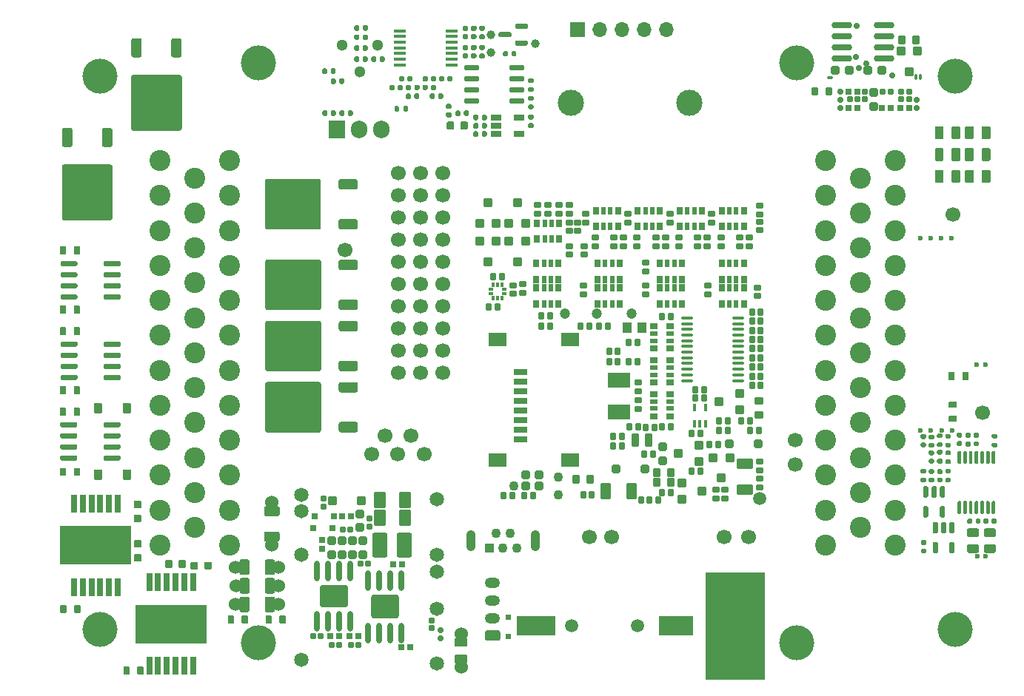
<source format=gbs>
G75*
G70*
%OFA0B0*%
%FSLAX25Y25*%
%IPPOS*%
%LPD*%
%AMOC8*
5,1,8,0,0,1.08239X$1,22.5*
%
%AMM111*
21,1,0.029130,0.018900,-0.000000,-0.000000,0.000000*
21,1,0.018900,0.029130,-0.000000,-0.000000,0.000000*
1,1,0.010240,0.009450,-0.009450*
1,1,0.010240,-0.009450,-0.009450*
1,1,0.010240,-0.009450,0.009450*
1,1,0.010240,0.009450,0.009450*
%
%AMM112*
21,1,0.025200,0.019680,-0.000000,-0.000000,90.000000*
21,1,0.015750,0.029130,-0.000000,-0.000000,90.000000*
1,1,0.009450,0.009840,0.007870*
1,1,0.009450,0.009840,-0.007870*
1,1,0.009450,-0.009840,-0.007870*
1,1,0.009450,-0.009840,0.007870*
%
%AMM113*
21,1,0.038980,0.026770,-0.000000,-0.000000,90.000000*
21,1,0.026770,0.038980,-0.000000,-0.000000,90.000000*
1,1,0.012210,0.013390,0.013390*
1,1,0.012210,0.013390,-0.013390*
1,1,0.012210,-0.013390,-0.013390*
1,1,0.012210,-0.013390,0.013390*
%
%AMM114*
21,1,0.025200,0.019680,-0.000000,-0.000000,180.000000*
21,1,0.015750,0.029130,-0.000000,-0.000000,180.000000*
1,1,0.009450,-0.007870,0.009840*
1,1,0.009450,0.007870,0.009840*
1,1,0.009450,0.007870,-0.009840*
1,1,0.009450,-0.007870,-0.009840*
%
%AMM189*
21,1,0.029530,0.026380,-0.000000,-0.000000,90.000000*
21,1,0.020470,0.035430,-0.000000,-0.000000,90.000000*
1,1,0.009060,0.013190,0.010240*
1,1,0.009060,0.013190,-0.010240*
1,1,0.009060,-0.013190,-0.010240*
1,1,0.009060,-0.013190,0.010240*
%
%AMM190*
21,1,0.021650,0.027950,-0.000000,-0.000000,90.000000*
21,1,0.014170,0.035430,-0.000000,-0.000000,90.000000*
1,1,0.007480,0.013980,0.007090*
1,1,0.007480,0.013980,-0.007090*
1,1,0.007480,-0.013980,-0.007090*
1,1,0.007480,-0.013980,0.007090*
%
%AMM193*
21,1,0.031500,0.018900,-0.000000,-0.000000,270.000000*
21,1,0.022840,0.027560,-0.000000,-0.000000,270.000000*
1,1,0.008660,-0.009450,-0.011420*
1,1,0.008660,-0.009450,0.011420*
1,1,0.008660,0.009450,0.011420*
1,1,0.008660,0.009450,-0.011420*
%
%AMM195*
21,1,0.031500,0.018900,-0.000000,-0.000000,0.000000*
21,1,0.022840,0.027560,-0.000000,-0.000000,0.000000*
1,1,0.008660,0.011420,-0.009450*
1,1,0.008660,-0.011420,-0.009450*
1,1,0.008660,-0.011420,0.009450*
1,1,0.008660,0.011420,0.009450*
%
%AMM197*
21,1,0.039370,0.030320,-0.000000,-0.000000,90.000000*
21,1,0.028350,0.041340,-0.000000,-0.000000,90.000000*
1,1,0.011020,0.015160,0.014170*
1,1,0.011020,0.015160,-0.014170*
1,1,0.011020,-0.015160,-0.014170*
1,1,0.011020,-0.015160,0.014170*
%
%AMM20*
21,1,0.041340,0.026770,0.000000,0.000000,0.000000*
21,1,0.029130,0.038980,0.000000,0.000000,0.000000*
1,1,0.012210,0.014570,-0.013390*
1,1,0.012210,-0.014570,-0.013390*
1,1,0.012210,-0.014570,0.013390*
1,1,0.012210,0.014570,0.013390*
%
%AMM200*
21,1,0.031500,0.030710,-0.000000,-0.000000,180.000000*
21,1,0.022050,0.040160,-0.000000,-0.000000,180.000000*
1,1,0.009450,-0.011020,0.015350*
1,1,0.009450,0.011020,0.015350*
1,1,0.009450,0.011020,-0.015350*
1,1,0.009450,-0.011020,-0.015350*
%
%AMM21*
21,1,0.076380,0.036220,0.000000,0.000000,90.000000*
21,1,0.061810,0.050790,0.000000,0.000000,90.000000*
1,1,0.014570,0.018110,0.030910*
1,1,0.014570,0.018110,-0.030910*
1,1,0.014570,-0.018110,-0.030910*
1,1,0.014570,-0.018110,0.030910*
%
%AMM218*
21,1,0.037400,0.026770,-0.000000,-0.000000,270.000000*
21,1,0.026770,0.037400,-0.000000,-0.000000,270.000000*
1,1,0.010630,-0.013390,-0.013390*
1,1,0.010630,-0.013390,0.013390*
1,1,0.010630,0.013390,0.013390*
1,1,0.010630,0.013390,-0.013390*
%
%AMM219*
21,1,0.029530,0.026380,-0.000000,-0.000000,180.000000*
21,1,0.020470,0.035430,-0.000000,-0.000000,180.000000*
1,1,0.009060,-0.010240,0.013190*
1,1,0.009060,0.010240,0.013190*
1,1,0.009060,0.010240,-0.013190*
1,1,0.009060,-0.010240,-0.013190*
%
%AMM220*
21,1,0.021650,0.027950,-0.000000,-0.000000,180.000000*
21,1,0.014170,0.035430,-0.000000,-0.000000,180.000000*
1,1,0.007480,-0.007090,0.013980*
1,1,0.007480,0.007090,0.013980*
1,1,0.007480,0.007090,-0.013980*
1,1,0.007480,-0.007090,-0.013980*
%
%AMM221*
21,1,0.037400,0.026770,-0.000000,-0.000000,180.000000*
21,1,0.026770,0.037400,-0.000000,-0.000000,180.000000*
1,1,0.010630,-0.013390,0.013390*
1,1,0.010630,0.013390,0.013390*
1,1,0.010630,0.013390,-0.013390*
1,1,0.010630,-0.013390,-0.013390*
%
%AMM222*
21,1,0.082680,0.045670,-0.000000,-0.000000,0.000000*
21,1,0.067320,0.061020,-0.000000,-0.000000,0.000000*
1,1,0.015350,0.033660,-0.022840*
1,1,0.015350,-0.033660,-0.022840*
1,1,0.015350,-0.033660,0.022840*
1,1,0.015350,0.033660,0.022840*
%
%AMM223*
21,1,0.062990,0.020470,-0.000000,-0.000000,0.000000*
21,1,0.053940,0.029530,-0.000000,-0.000000,0.000000*
1,1,0.009060,0.026970,-0.010240*
1,1,0.009060,-0.026970,-0.010240*
1,1,0.009060,-0.026970,0.010240*
1,1,0.009060,0.026970,0.010240*
%
%AMM224*
21,1,0.039370,0.030320,-0.000000,-0.000000,0.000000*
21,1,0.028350,0.041340,-0.000000,-0.000000,0.000000*
1,1,0.011020,0.014170,-0.015160*
1,1,0.011020,-0.014170,-0.015160*
1,1,0.011020,-0.014170,0.015160*
1,1,0.011020,0.014170,0.015160*
%
%AMM225*
21,1,0.016540,0.028980,-0.000000,-0.000000,0.000000*
21,1,0.010080,0.035430,-0.000000,-0.000000,0.000000*
1,1,0.006460,0.005040,-0.014490*
1,1,0.006460,-0.005040,-0.014490*
1,1,0.006460,-0.005040,0.014490*
1,1,0.006460,0.005040,0.014490*
%
%AMM226*
21,1,0.074800,0.036220,-0.000000,-0.000000,180.000000*
21,1,0.061810,0.049210,-0.000000,-0.000000,180.000000*
1,1,0.012990,-0.030910,0.018110*
1,1,0.012990,0.030910,0.018110*
1,1,0.012990,0.030910,-0.018110*
1,1,0.012990,-0.030910,-0.018110*
%
%AMM227*
21,1,0.039760,0.026770,-0.000000,-0.000000,180.000000*
21,1,0.029130,0.037400,-0.000000,-0.000000,180.000000*
1,1,0.010630,-0.014570,0.013390*
1,1,0.010630,0.014570,0.013390*
1,1,0.010630,0.014570,-0.013390*
1,1,0.010630,-0.014570,-0.013390*
%
%AMM228*
21,1,0.031500,0.049610,-0.000000,-0.000000,180.000000*
21,1,0.022050,0.059060,-0.000000,-0.000000,180.000000*
1,1,0.009450,-0.011020,0.024800*
1,1,0.009450,0.011020,0.024800*
1,1,0.009450,0.011020,-0.024800*
1,1,0.009450,-0.011020,-0.024800*
%
%AMM229*
21,1,0.074800,0.036220,-0.000000,-0.000000,270.000000*
21,1,0.061810,0.049210,-0.000000,-0.000000,270.000000*
1,1,0.012990,-0.018110,-0.030910*
1,1,0.012990,-0.018110,0.030910*
1,1,0.012990,0.018110,0.030910*
1,1,0.012990,0.018110,-0.030910*
%
%AMM230*
21,1,0.031500,0.030710,-0.000000,-0.000000,270.000000*
21,1,0.022050,0.040160,-0.000000,-0.000000,270.000000*
1,1,0.009450,-0.015350,-0.011020*
1,1,0.009450,-0.015350,0.011020*
1,1,0.009450,0.015350,0.011020*
1,1,0.009450,0.015350,-0.011020*
%
%AMM24*
21,1,0.029130,0.018900,0.000000,0.000000,90.000000*
21,1,0.018900,0.029130,0.000000,0.000000,90.000000*
1,1,0.010240,0.009450,0.009450*
1,1,0.010240,0.009450,-0.009450*
1,1,0.010240,-0.009450,-0.009450*
1,1,0.010240,-0.009450,0.009450*
%
%AMM242*
21,1,0.040950,0.030320,-0.000000,0.000000,0.000000*
21,1,0.028350,0.042910,-0.000000,0.000000,0.000000*
1,1,0.012600,0.014170,0.015160*
1,1,0.012600,-0.014170,0.015160*
1,1,0.012600,-0.014170,-0.015160*
1,1,0.012600,0.014170,-0.015160*
%
%AMM243*
21,1,0.038980,0.026770,-0.000000,0.000000,180.000000*
21,1,0.026770,0.038980,-0.000000,0.000000,180.000000*
1,1,0.012210,-0.013390,-0.013390*
1,1,0.012210,0.013390,-0.013390*
1,1,0.012210,0.013390,0.013390*
1,1,0.012210,-0.013390,0.013390*
%
%AMM244*
21,1,0.033070,0.030710,-0.000000,0.000000,0.000000*
21,1,0.022050,0.041730,-0.000000,0.000000,0.000000*
1,1,0.011020,0.011020,0.015350*
1,1,0.011020,-0.011020,0.015350*
1,1,0.011020,-0.011020,-0.015350*
1,1,0.011020,0.011020,-0.015350*
%
%AMM25*
21,1,0.025200,0.019680,0.000000,0.000000,0.000000*
21,1,0.015750,0.029130,0.000000,0.000000,0.000000*
1,1,0.009450,0.007870,-0.009840*
1,1,0.009450,-0.007870,-0.009840*
1,1,0.009450,-0.007870,0.009840*
1,1,0.009450,0.007870,0.009840*
%
%AMM26*
21,1,0.025200,0.019680,0.000000,0.000000,270.000000*
21,1,0.015750,0.029130,0.000000,0.000000,270.000000*
1,1,0.009450,-0.009840,-0.007870*
1,1,0.009450,-0.009840,0.007870*
1,1,0.009450,0.009840,0.007870*
1,1,0.009450,0.009840,-0.007870*
%
%AMM32*
21,1,0.111810,0.050390,0.000000,0.000000,90.000000*
21,1,0.093700,0.068500,0.000000,0.000000,90.000000*
1,1,0.018110,0.025200,0.046850*
1,1,0.018110,0.025200,-0.046850*
1,1,0.018110,-0.025200,-0.046850*
1,1,0.018110,-0.025200,0.046850*
%
%AMM33*
21,1,0.038980,0.026770,0.000000,0.000000,270.000000*
21,1,0.026770,0.038980,0.000000,0.000000,270.000000*
1,1,0.012210,-0.013390,-0.013390*
1,1,0.012210,-0.013390,0.013390*
1,1,0.012210,0.013390,0.013390*
1,1,0.012210,0.013390,-0.013390*
%
%AMM34*
21,1,0.029130,0.018900,0.000000,0.000000,180.000000*
21,1,0.018900,0.029130,0.000000,0.000000,180.000000*
1,1,0.010240,-0.009450,0.009450*
1,1,0.010240,0.009450,0.009450*
1,1,0.010240,0.009450,-0.009450*
1,1,0.010240,-0.009450,-0.009450*
%
%AMM35*
21,1,0.127560,0.075590,0.000000,0.000000,180.000000*
21,1,0.103150,0.100000,0.000000,0.000000,180.000000*
1,1,0.024410,-0.051580,0.037800*
1,1,0.024410,0.051580,0.037800*
1,1,0.024410,0.051580,-0.037800*
1,1,0.024410,-0.051580,-0.037800*
%
%AMM36*
21,1,0.123620,0.083460,0.000000,0.000000,0.000000*
21,1,0.097240,0.109840,0.000000,0.000000,0.000000*
1,1,0.026380,0.048620,-0.041730*
1,1,0.026380,-0.048620,-0.041730*
1,1,0.026380,-0.048620,0.041730*
1,1,0.026380,0.048620,0.041730*
%
%ADD10C,0.06693*%
%ADD11C,0.02756*%
%ADD114M20*%
%ADD115M21*%
%ADD118M24*%
%ADD119M25*%
%ADD12C,0.11811*%
%ADD120M26*%
%ADD121C,0.02913*%
%ADD122C,0.06457*%
%ADD130M32*%
%ADD131M33*%
%ADD132M34*%
%ADD133O,0.02520X0.09213*%
%ADD134M35*%
%ADD135M36*%
%ADD148C,0.05118*%
%ADD152R,0.07500X0.07874*%
%ADD153O,0.07500X0.07874*%
%ADD154C,0.03900*%
%ADD156R,0.05709X0.01772*%
%ADD157R,0.04803X0.02559*%
%ADD20C,0.02362*%
%ADD207C,0.04294*%
%ADD232R,0.01772X0.01870*%
%ADD234O,0.05354X0.01378*%
%ADD237R,0.09843X0.07087*%
%ADD238R,0.01870X0.01772*%
%ADD240R,0.04331X0.04724*%
%ADD247O,0.02520X0.01535*%
%ADD248O,0.01535X0.02520*%
%ADD250O,0.09213X0.02913*%
%ADD26R,0.04331X0.04331*%
%ADD27C,0.04331*%
%ADD270M111*%
%ADD271M112*%
%ADD272M113*%
%ADD273M114*%
%ADD28O,0.04331X0.09449*%
%ADD31C,0.05906*%
%ADD385M189*%
%ADD386M190*%
%ADD389M193*%
%ADD391M195*%
%ADD393M197*%
%ADD396M200*%
%ADD41C,0.09449*%
%ADD414M218*%
%ADD415M219*%
%ADD416M220*%
%ADD417M221*%
%ADD418M222*%
%ADD419M223*%
%ADD42C,0.15748*%
%ADD420M224*%
%ADD421M225*%
%ADD422M226*%
%ADD423M227*%
%ADD424M228*%
%ADD425M229*%
%ADD426M230*%
%ADD443M242*%
%ADD444M243*%
%ADD445M244*%
%ADD56R,0.06693X0.06693*%
%ADD57O,0.06693X0.06693*%
%ADD58O,0.06890X0.04724*%
%ADD59C,0.06000*%
%ADD65C,0.04724*%
%ADD67C,0.00472*%
%ADD78R,0.17323X0.09055*%
%ADD79R,0.15748X0.09055*%
%ADD80R,0.02559X0.07874*%
%ADD81R,0.31890X0.17717*%
%ADD85O,0.01969X0.00984*%
%ADD87O,0.00984X0.01969*%
X0000000Y0000000D02*
%LPD*%
G01*
D67*
X0320669Y0004468D02*
X0294291Y0004468D01*
X0294291Y0052500D01*
X0320669Y0052500D01*
X0320669Y0004468D01*
G36*
X0320669Y0004468D02*
G01*
X0294291Y0004468D01*
X0294291Y0052500D01*
X0320669Y0052500D01*
X0320669Y0004468D01*
G37*
D12*
X0233878Y0264035D03*
D10*
X0132146Y0197893D03*
X0302894Y0068445D03*
X0419114Y0124271D03*
X0242146Y0068484D03*
D20*
X0400610Y0116574D03*
X0405335Y0116574D03*
X0395886Y0116574D03*
X0391161Y0116574D03*
X0416594Y0059783D03*
X0420531Y0059783D03*
D26*
X0196949Y0063307D03*
D27*
X0200098Y0070196D03*
X0203248Y0063307D03*
X0206398Y0070196D03*
X0209547Y0063307D03*
D28*
X0188878Y0066752D03*
X0217618Y0066752D03*
D20*
X0355177Y0261791D03*
X0355177Y0265531D03*
X0355177Y0269271D03*
X0389429Y0265334D03*
X0389429Y0261791D03*
D31*
X0173386Y0085630D03*
X0173386Y0060433D03*
X0173386Y0052952D03*
X0173386Y0036023D03*
D20*
X0175157Y0026574D03*
X0175157Y0022637D03*
D31*
X0173386Y0011417D03*
X0112362Y0087401D03*
X0112362Y0080118D03*
X0112362Y0060630D03*
X0112362Y0013189D03*
D10*
X0405650Y0213681D03*
D41*
X0379823Y0238051D03*
X0379823Y0222303D03*
X0379823Y0206555D03*
X0379823Y0190807D03*
X0379823Y0175059D03*
X0379823Y0159311D03*
X0379823Y0143563D03*
X0379823Y0127815D03*
X0379823Y0112067D03*
X0379823Y0096319D03*
X0379823Y0080570D03*
X0379823Y0064822D03*
X0364075Y0230177D03*
X0364075Y0214429D03*
X0364075Y0198681D03*
X0364075Y0182933D03*
X0364075Y0167185D03*
X0364075Y0151437D03*
X0364075Y0135689D03*
X0364075Y0119941D03*
X0364075Y0104193D03*
X0364075Y0088445D03*
X0364075Y0072696D03*
X0348327Y0238051D03*
X0348327Y0222303D03*
X0348327Y0206555D03*
X0348327Y0190807D03*
X0348327Y0175059D03*
X0348327Y0159311D03*
X0348327Y0143563D03*
X0348327Y0127815D03*
X0348327Y0112067D03*
X0348327Y0096319D03*
X0348327Y0080570D03*
X0348327Y0064822D03*
D11*
X0335335Y0288248D03*
X0339665Y0286476D03*
X0331004Y0286476D03*
X0406594Y0282342D03*
X0341437Y0282145D03*
D42*
X0335335Y0282145D03*
D11*
X0329232Y0282145D03*
X0410925Y0280570D03*
X0402264Y0280570D03*
X0339665Y0277815D03*
X0331004Y0277815D03*
X0412697Y0276240D03*
D42*
X0406594Y0276240D03*
D11*
X0400492Y0276240D03*
X0335335Y0276043D03*
X0410925Y0271909D03*
X0402264Y0271909D03*
X0406594Y0270137D03*
X0406594Y0032736D03*
X0410925Y0030964D03*
X0402264Y0030964D03*
X0335335Y0026830D03*
X0412697Y0026633D03*
D42*
X0406594Y0026633D03*
D11*
X0400492Y0026633D03*
X0339665Y0025059D03*
X0331004Y0025059D03*
X0410925Y0022303D03*
X0402264Y0022303D03*
X0341437Y0020728D03*
D42*
X0335335Y0020728D03*
D11*
X0329232Y0020728D03*
X0406594Y0020531D03*
X0339665Y0016397D03*
X0331004Y0016397D03*
X0335335Y0014626D03*
D10*
X0144075Y0105846D03*
X0334744Y0112106D03*
D12*
X0287028Y0264035D03*
D10*
X0156004Y0142382D03*
X0156004Y0152382D03*
X0156004Y0162382D03*
X0156004Y0172382D03*
X0156004Y0182382D03*
X0166004Y0142382D03*
X0166004Y0152382D03*
X0166004Y0162382D03*
X0166004Y0172382D03*
X0166004Y0182382D03*
X0176004Y0142382D03*
X0176004Y0152382D03*
X0176004Y0162382D03*
X0176004Y0172382D03*
X0176004Y0182382D03*
X0251988Y0068484D03*
X0161791Y0114160D03*
X0149980Y0114160D03*
X0155886Y0105846D03*
X0313839Y0068445D03*
X0167697Y0105846D03*
D56*
X0236909Y0297185D03*
D57*
X0246909Y0297185D03*
X0256909Y0297185D03*
X0266909Y0297185D03*
X0276909Y0297185D03*
D20*
X0400433Y0203051D03*
X0405157Y0203051D03*
X0395709Y0203051D03*
X0390984Y0203051D03*
X0416417Y0146259D03*
X0420354Y0146259D03*
D41*
X0048642Y0064822D03*
X0048642Y0080570D03*
X0048642Y0096319D03*
X0048642Y0112067D03*
X0048642Y0127815D03*
X0048642Y0143563D03*
X0048642Y0159311D03*
X0048642Y0175059D03*
X0048642Y0190807D03*
X0048642Y0206555D03*
X0048642Y0222303D03*
X0048642Y0238051D03*
X0064390Y0072696D03*
X0064390Y0088445D03*
X0064390Y0104193D03*
X0064390Y0119941D03*
X0064390Y0135689D03*
X0064390Y0151437D03*
X0064390Y0167185D03*
X0064390Y0182933D03*
X0064390Y0198681D03*
X0064390Y0214429D03*
X0064390Y0230177D03*
X0080138Y0064822D03*
X0080138Y0080570D03*
X0080138Y0096319D03*
X0080138Y0112067D03*
X0080138Y0127815D03*
X0080138Y0143563D03*
X0080138Y0159311D03*
X0080138Y0175059D03*
X0080138Y0190807D03*
X0080138Y0206555D03*
X0080138Y0222303D03*
X0080138Y0238051D03*
D11*
X0093130Y0014626D03*
X0088799Y0016397D03*
X0097461Y0016397D03*
X0021870Y0020531D03*
X0087028Y0020728D03*
D42*
X0093130Y0020728D03*
D11*
X0099232Y0020728D03*
X0017539Y0022303D03*
X0026201Y0022303D03*
X0088799Y0025059D03*
X0097461Y0025059D03*
X0015768Y0026633D03*
D42*
X0021870Y0026633D03*
D11*
X0027972Y0026633D03*
X0093130Y0026830D03*
X0017539Y0030964D03*
X0026201Y0030964D03*
X0021870Y0032736D03*
X0021870Y0270137D03*
X0017539Y0271909D03*
X0026201Y0271909D03*
X0093130Y0276043D03*
X0015768Y0276240D03*
D42*
X0021870Y0276240D03*
D11*
X0027972Y0276240D03*
X0088799Y0277815D03*
X0097461Y0277815D03*
X0017539Y0280570D03*
X0026201Y0280570D03*
X0087028Y0282145D03*
D42*
X0093130Y0282145D03*
D11*
X0099232Y0282145D03*
X0021870Y0282342D03*
X0088799Y0286476D03*
X0097461Y0286476D03*
X0093130Y0288248D03*
G36*
G01*
X0200984Y0021673D02*
X0196063Y0021673D01*
G75*
G02*
X0195079Y0022657I0000000J0000984D01*
G01*
X0195079Y0025413D01*
G75*
G02*
X0196063Y0026397I0000984J0000000D01*
G01*
X0200984Y0026397D01*
G75*
G02*
X0201969Y0025413I0000000J-000984D01*
G01*
X0201969Y0022657D01*
G75*
G02*
X0200984Y0021673I-000984J0000000D01*
G01*
G37*
D58*
X0198524Y0031909D03*
X0198524Y0039783D03*
X0198524Y0047657D03*
D10*
X0334744Y0101161D03*
X0156004Y0192382D03*
X0156004Y0202382D03*
X0156004Y0212382D03*
X0156004Y0222382D03*
X0156004Y0232382D03*
X0166004Y0192382D03*
X0166004Y0202382D03*
X0166004Y0212382D03*
X0166004Y0222382D03*
X0166004Y0232382D03*
X0176004Y0192382D03*
X0176004Y0202382D03*
X0176004Y0212382D03*
X0176004Y0222382D03*
X0176004Y0232382D03*
G36*
G01*
X0409036Y0253070D02*
X0409036Y0248149D01*
G75*
G02*
X0408642Y0247756I-000394J0000000D01*
G01*
X0405492Y0247756D01*
G75*
G02*
X0405099Y0248149I0000000J0000394D01*
G01*
X0405099Y0253070D01*
G75*
G02*
X0405492Y0253464I0000394J0000000D01*
G01*
X0408642Y0253464D01*
G75*
G02*
X0409036Y0253070I0000000J-000394D01*
G01*
G37*
G36*
G01*
X0401555Y0253070D02*
X0401555Y0248149D01*
G75*
G02*
X0401161Y0247756I-000394J0000000D01*
G01*
X0398012Y0247756D01*
G75*
G02*
X0397618Y0248149I0000000J0000394D01*
G01*
X0397618Y0253070D01*
G75*
G02*
X0398012Y0253464I0000394J0000000D01*
G01*
X0401161Y0253464D01*
G75*
G02*
X0401555Y0253070I0000000J-000394D01*
G01*
G37*
G36*
G01*
X0409036Y0243228D02*
X0409036Y0238307D01*
G75*
G02*
X0408642Y0237913I-000394J0000000D01*
G01*
X0405492Y0237913D01*
G75*
G02*
X0405099Y0238307I0000000J0000394D01*
G01*
X0405099Y0243228D01*
G75*
G02*
X0405492Y0243622I0000394J0000000D01*
G01*
X0408642Y0243622D01*
G75*
G02*
X0409036Y0243228I0000000J-000394D01*
G01*
G37*
G36*
G01*
X0401555Y0243228D02*
X0401555Y0238307D01*
G75*
G02*
X0401161Y0237913I-000394J0000000D01*
G01*
X0398012Y0237913D01*
G75*
G02*
X0397618Y0238307I0000000J0000394D01*
G01*
X0397618Y0243228D01*
G75*
G02*
X0398012Y0243622I0000394J0000000D01*
G01*
X0401161Y0243622D01*
G75*
G02*
X0401555Y0243228I0000000J-000394D01*
G01*
G37*
G36*
G01*
X0062520Y0054153D02*
X0062520Y0056830D01*
G75*
G02*
X0062854Y0057165I0000335J0000000D01*
G01*
X0065531Y0057165D01*
G75*
G02*
X0065866Y0056830I0000000J-000335D01*
G01*
X0065866Y0054153D01*
G75*
G02*
X0065531Y0053819I-000335J0000000D01*
G01*
X0062854Y0053819D01*
G75*
G02*
X0062520Y0054153I0000000J0000335D01*
G01*
G37*
G36*
G01*
X0068740Y0054153D02*
X0068740Y0056830D01*
G75*
G02*
X0069075Y0057165I0000335J0000000D01*
G01*
X0071752Y0057165D01*
G75*
G02*
X0072087Y0056830I0000000J-000335D01*
G01*
X0072087Y0054153D01*
G75*
G02*
X0071752Y0053819I-000335J0000000D01*
G01*
X0069075Y0053819D01*
G75*
G02*
X0068740Y0054153I0000000J0000335D01*
G01*
G37*
G36*
G01*
X0019134Y0094547D02*
X0019134Y0098563D01*
G75*
G02*
X0019488Y0098917I0000354J0000000D01*
G01*
X0022323Y0098917D01*
G75*
G02*
X0022677Y0098563I0000000J-000354D01*
G01*
X0022677Y0094547D01*
G75*
G02*
X0022323Y0094193I-000354J0000000D01*
G01*
X0019488Y0094193D01*
G75*
G02*
X0019134Y0094547I0000000J0000354D01*
G01*
G37*
G36*
G01*
X0032126Y0094547D02*
X0032126Y0098563D01*
G75*
G02*
X0032480Y0098917I0000354J0000000D01*
G01*
X0035315Y0098917D01*
G75*
G02*
X0035669Y0098563I0000000J-000354D01*
G01*
X0035669Y0094547D01*
G75*
G02*
X0035315Y0094193I-000354J0000000D01*
G01*
X0032480Y0094193D01*
G75*
G02*
X0032126Y0094547I0000000J0000354D01*
G01*
G37*
D31*
X0234075Y0028563D03*
X0263602Y0028563D03*
D78*
X0217933Y0028563D03*
D79*
X0280925Y0028563D03*
D59*
X0102185Y0038011D03*
G36*
G01*
X0099606Y0034468D02*
X0096890Y0034468D01*
G75*
G02*
X0095984Y0035374I0000000J0000906D01*
G01*
X0095984Y0040649D01*
G75*
G02*
X0096890Y0041555I0000906J0000000D01*
G01*
X0099606Y0041555D01*
G75*
G02*
X0100512Y0040649I0000000J-000906D01*
G01*
X0100512Y0035374D01*
G75*
G02*
X0099606Y0034468I-000906J0000000D01*
G01*
G37*
G36*
G01*
X0088189Y0034468D02*
X0085472Y0034468D01*
G75*
G02*
X0084567Y0035374I0000000J0000906D01*
G01*
X0084567Y0040649D01*
G75*
G02*
X0085472Y0041555I0000906J0000000D01*
G01*
X0088189Y0041555D01*
G75*
G02*
X0089094Y0040649I0000000J-000906D01*
G01*
X0089094Y0035374D01*
G75*
G02*
X0088189Y0034468I-000906J0000000D01*
G01*
G37*
X0082894Y0038011D03*
G36*
G01*
X0005659Y0252815D02*
X0008415Y0252815D01*
G75*
G02*
X0009400Y0251830I0000000J-000984D01*
G01*
X0009400Y0245137D01*
G75*
G02*
X0008415Y0244153I-000984J0000000D01*
G01*
X0005659Y0244153D01*
G75*
G02*
X0004675Y0245137I0000000J0000984D01*
G01*
X0004675Y0251830D01*
G75*
G02*
X0005659Y0252815I0000984J0000000D01*
G01*
G37*
G36*
G01*
X0005581Y0236279D02*
X0026447Y0236279D01*
G75*
G02*
X0027431Y0235295I0000000J-000984D01*
G01*
X0027431Y0212067D01*
G75*
G02*
X0026447Y0211082I-000984J0000000D01*
G01*
X0005581Y0211082D01*
G75*
G02*
X0004596Y0212067I0000000J0000984D01*
G01*
X0004596Y0235295D01*
G75*
G02*
X0005581Y0236279I0000984J0000000D01*
G01*
G37*
G36*
G01*
X0023612Y0252815D02*
X0026368Y0252815D01*
G75*
G02*
X0027352Y0251830I0000000J-000984D01*
G01*
X0027352Y0245137D01*
G75*
G02*
X0026368Y0244153I-000984J0000000D01*
G01*
X0023612Y0244153D01*
G75*
G02*
X0022628Y0245137I0000000J0000984D01*
G01*
X0022628Y0251830D01*
G75*
G02*
X0023612Y0252815I0000984J0000000D01*
G01*
G37*
G36*
G01*
X0137874Y0137263D02*
X0137874Y0134508D01*
G75*
G02*
X0136890Y0133523I-000984J0000000D01*
G01*
X0130197Y0133523D01*
G75*
G02*
X0129213Y0134508I0000000J0000984D01*
G01*
X0129213Y0137263D01*
G75*
G02*
X0130197Y0138248I0000984J0000000D01*
G01*
X0136890Y0138248D01*
G75*
G02*
X0137874Y0137263I0000000J-000984D01*
G01*
G37*
G36*
G01*
X0121339Y0137342D02*
X0121339Y0116476D01*
G75*
G02*
X0120354Y0115492I-000984J0000000D01*
G01*
X0097126Y0115492D01*
G75*
G02*
X0096142Y0116476I0000000J0000984D01*
G01*
X0096142Y0137342D01*
G75*
G02*
X0097126Y0138326I0000984J0000000D01*
G01*
X0120354Y0138326D01*
G75*
G02*
X0121339Y0137342I0000000J-000984D01*
G01*
G37*
G36*
G01*
X0137874Y0119311D02*
X0137874Y0116555D01*
G75*
G02*
X0136890Y0115570I-000984J0000000D01*
G01*
X0130197Y0115570D01*
G75*
G02*
X0129213Y0116555I0000000J0000984D01*
G01*
X0129213Y0119311D01*
G75*
G02*
X0130197Y0120295I0000984J0000000D01*
G01*
X0136890Y0120295D01*
G75*
G02*
X0137874Y0119311I0000000J-000984D01*
G01*
G37*
G36*
G01*
X0003681Y0196043D02*
X0003681Y0199114D01*
G75*
G02*
X0003957Y0199389I0000276J0000000D01*
G01*
X0006161Y0199389D01*
G75*
G02*
X0006437Y0199114I0000000J-000276D01*
G01*
X0006437Y0196043D01*
G75*
G02*
X0006161Y0195767I-000276J0000000D01*
G01*
X0003957Y0195767D01*
G75*
G02*
X0003681Y0196043I0000000J0000276D01*
G01*
G37*
G36*
G01*
X0009980Y0196043D02*
X0009980Y0199114D01*
G75*
G02*
X0010256Y0199389I0000276J0000000D01*
G01*
X0012461Y0199389D01*
G75*
G02*
X0012736Y0199114I0000000J-000276D01*
G01*
X0012736Y0196043D01*
G75*
G02*
X0012461Y0195767I-000276J0000000D01*
G01*
X0010256Y0195767D01*
G75*
G02*
X0009980Y0196043I0000000J0000276D01*
G01*
G37*
G36*
G01*
X0403720Y0139429D02*
X0403720Y0142500D01*
G75*
G02*
X0403996Y0142775I0000276J0000000D01*
G01*
X0406201Y0142775D01*
G75*
G02*
X0406476Y0142500I0000000J-000276D01*
G01*
X0406476Y0139429D01*
G75*
G02*
X0406201Y0139153I-000276J0000000D01*
G01*
X0403996Y0139153D01*
G75*
G02*
X0403720Y0139429I0000000J0000276D01*
G01*
G37*
G36*
G01*
X0410020Y0139429D02*
X0410020Y0142500D01*
G75*
G02*
X0410295Y0142775I0000276J0000000D01*
G01*
X0412500Y0142775D01*
G75*
G02*
X0412776Y0142500I0000000J-000276D01*
G01*
X0412776Y0139429D01*
G75*
G02*
X0412500Y0139153I-000276J0000000D01*
G01*
X0410295Y0139153D01*
G75*
G02*
X0410020Y0139429I0000000J0000276D01*
G01*
G37*
X0102224Y0046397D03*
G36*
G01*
X0099646Y0042854D02*
X0096929Y0042854D01*
G75*
G02*
X0096024Y0043759I0000000J0000906D01*
G01*
X0096024Y0049035D01*
G75*
G02*
X0096929Y0049941I0000906J0000000D01*
G01*
X0099646Y0049941D01*
G75*
G02*
X0100551Y0049035I0000000J-000906D01*
G01*
X0100551Y0043759D01*
G75*
G02*
X0099646Y0042854I-000906J0000000D01*
G01*
G37*
G36*
G01*
X0088228Y0042854D02*
X0085512Y0042854D01*
G75*
G02*
X0084606Y0043759I0000000J0000906D01*
G01*
X0084606Y0049035D01*
G75*
G02*
X0085512Y0049941I0000906J0000000D01*
G01*
X0088228Y0049941D01*
G75*
G02*
X0089134Y0049035I0000000J-000906D01*
G01*
X0089134Y0043759D01*
G75*
G02*
X0088228Y0042854I-000906J0000000D01*
G01*
G37*
X0082933Y0046397D03*
G36*
G01*
X0137835Y0192421D02*
X0137835Y0189665D01*
G75*
G02*
X0136850Y0188681I-000984J0000000D01*
G01*
X0130157Y0188681D01*
G75*
G02*
X0129173Y0189665I0000000J0000984D01*
G01*
X0129173Y0192421D01*
G75*
G02*
X0130157Y0193405I0000984J0000000D01*
G01*
X0136850Y0193405D01*
G75*
G02*
X0137835Y0192421I0000000J-000984D01*
G01*
G37*
G36*
G01*
X0121299Y0192500D02*
X0121299Y0171633D01*
G75*
G02*
X0120315Y0170649I-000984J0000000D01*
G01*
X0097087Y0170649D01*
G75*
G02*
X0096102Y0171633I0000000J0000984D01*
G01*
X0096102Y0192500D01*
G75*
G02*
X0097087Y0193484I0000984J0000000D01*
G01*
X0120315Y0193484D01*
G75*
G02*
X0121299Y0192500I0000000J-000984D01*
G01*
G37*
G36*
G01*
X0137835Y0174468D02*
X0137835Y0171712D01*
G75*
G02*
X0136850Y0170728I-000984J0000000D01*
G01*
X0130157Y0170728D01*
G75*
G02*
X0129173Y0171712I0000000J0000984D01*
G01*
X0129173Y0174468D01*
G75*
G02*
X0130157Y0175452I0000984J0000000D01*
G01*
X0136850Y0175452D01*
G75*
G02*
X0137835Y0174468I0000000J-000984D01*
G01*
G37*
X0184272Y0009685D03*
G36*
G01*
X0186732Y0011476D02*
X0181811Y0011476D01*
G75*
G02*
X0181417Y0011870I0000000J0000394D01*
G01*
X0181417Y0015019D01*
G75*
G02*
X0181811Y0015413I0000394J0000000D01*
G01*
X0186732Y0015413D01*
G75*
G02*
X0187126Y0015019I0000000J-000394D01*
G01*
X0187126Y0011870D01*
G75*
G02*
X0186732Y0011476I-000394J0000000D01*
G01*
G37*
G36*
G01*
X0186732Y0018956D02*
X0181811Y0018956D01*
G75*
G02*
X0181417Y0019350I0000000J0000394D01*
G01*
X0181417Y0022500D01*
G75*
G02*
X0181811Y0022893I0000394J0000000D01*
G01*
X0186732Y0022893D01*
G75*
G02*
X0187126Y0022500I0000000J-000394D01*
G01*
X0187126Y0019350D01*
G75*
G02*
X0186732Y0018956I-000394J0000000D01*
G01*
G37*
X0184272Y0024685D03*
G36*
G01*
X0003957Y0176023D02*
X0003957Y0177204D01*
G75*
G02*
X0004547Y0177795I0000591J0000000D01*
G01*
X0011043Y0177795D01*
G75*
G02*
X0011634Y0177204I0000000J-000591D01*
G01*
X0011634Y0176023D01*
G75*
G02*
X0011043Y0175433I-000591J0000000D01*
G01*
X0004547Y0175433D01*
G75*
G02*
X0003957Y0176023I0000000J0000591D01*
G01*
G37*
G36*
G01*
X0003957Y0181023D02*
X0003957Y0182204D01*
G75*
G02*
X0004547Y0182795I0000591J0000000D01*
G01*
X0011043Y0182795D01*
G75*
G02*
X0011634Y0182204I0000000J-000591D01*
G01*
X0011634Y0181023D01*
G75*
G02*
X0011043Y0180433I-000591J0000000D01*
G01*
X0004547Y0180433D01*
G75*
G02*
X0003957Y0181023I0000000J0000591D01*
G01*
G37*
G36*
G01*
X0003957Y0186023D02*
X0003957Y0187204D01*
G75*
G02*
X0004547Y0187795I0000591J0000000D01*
G01*
X0011043Y0187795D01*
G75*
G02*
X0011634Y0187204I0000000J-000591D01*
G01*
X0011634Y0186023D01*
G75*
G02*
X0011043Y0185433I-000591J0000000D01*
G01*
X0004547Y0185433D01*
G75*
G02*
X0003957Y0186023I0000000J0000591D01*
G01*
G37*
G36*
G01*
X0003957Y0191023D02*
X0003957Y0192204D01*
G75*
G02*
X0004547Y0192795I0000591J0000000D01*
G01*
X0011043Y0192795D01*
G75*
G02*
X0011634Y0192204I0000000J-000591D01*
G01*
X0011634Y0191023D01*
G75*
G02*
X0011043Y0190433I-000591J0000000D01*
G01*
X0004547Y0190433D01*
G75*
G02*
X0003957Y0191023I0000000J0000591D01*
G01*
G37*
G36*
G01*
X0023445Y0191023D02*
X0023445Y0192204D01*
G75*
G02*
X0024035Y0192795I0000591J0000000D01*
G01*
X0030531Y0192795D01*
G75*
G02*
X0031122Y0192204I0000000J-000591D01*
G01*
X0031122Y0191023D01*
G75*
G02*
X0030531Y0190433I-000591J0000000D01*
G01*
X0024035Y0190433D01*
G75*
G02*
X0023445Y0191023I0000000J0000591D01*
G01*
G37*
G36*
G01*
X0023445Y0186023D02*
X0023445Y0187204D01*
G75*
G02*
X0024035Y0187795I0000591J0000000D01*
G01*
X0030531Y0187795D01*
G75*
G02*
X0031122Y0187204I0000000J-000591D01*
G01*
X0031122Y0186023D01*
G75*
G02*
X0030531Y0185433I-000591J0000000D01*
G01*
X0024035Y0185433D01*
G75*
G02*
X0023445Y0186023I0000000J0000591D01*
G01*
G37*
G36*
G01*
X0023445Y0181023D02*
X0023445Y0182204D01*
G75*
G02*
X0024035Y0182795I0000591J0000000D01*
G01*
X0030531Y0182795D01*
G75*
G02*
X0031122Y0182204I0000000J-000591D01*
G01*
X0031122Y0181023D01*
G75*
G02*
X0030531Y0180433I-000591J0000000D01*
G01*
X0024035Y0180433D01*
G75*
G02*
X0023445Y0181023I0000000J0000591D01*
G01*
G37*
G36*
G01*
X0023445Y0176023D02*
X0023445Y0177204D01*
G75*
G02*
X0024035Y0177795I0000591J0000000D01*
G01*
X0030531Y0177795D01*
G75*
G02*
X0031122Y0177204I0000000J-000591D01*
G01*
X0031122Y0176023D01*
G75*
G02*
X0030531Y0175433I-000591J0000000D01*
G01*
X0024035Y0175433D01*
G75*
G02*
X0023445Y0176023I0000000J0000591D01*
G01*
G37*
G36*
G01*
X0422618Y0253070D02*
X0422618Y0248149D01*
G75*
G02*
X0422224Y0247756I-000394J0000000D01*
G01*
X0419075Y0247756D01*
G75*
G02*
X0418681Y0248149I0000000J0000394D01*
G01*
X0418681Y0253070D01*
G75*
G02*
X0419075Y0253464I0000394J0000000D01*
G01*
X0422224Y0253464D01*
G75*
G02*
X0422618Y0253070I0000000J-000394D01*
G01*
G37*
G36*
G01*
X0415138Y0253070D02*
X0415138Y0248149D01*
G75*
G02*
X0414744Y0247756I-000394J0000000D01*
G01*
X0411594Y0247756D01*
G75*
G02*
X0411201Y0248149I0000000J0000394D01*
G01*
X0411201Y0253070D01*
G75*
G02*
X0411594Y0253464I0000394J0000000D01*
G01*
X0414744Y0253464D01*
G75*
G02*
X0415138Y0253070I0000000J-000394D01*
G01*
G37*
G36*
G01*
X0012972Y0037460D02*
X0012972Y0034389D01*
G75*
G02*
X0012697Y0034114I-000276J0000000D01*
G01*
X0010492Y0034114D01*
G75*
G02*
X0010217Y0034389I0000000J0000276D01*
G01*
X0010217Y0037460D01*
G75*
G02*
X0010492Y0037736I0000276J0000000D01*
G01*
X0012697Y0037736D01*
G75*
G02*
X0012972Y0037460I0000000J-000276D01*
G01*
G37*
G36*
G01*
X0006673Y0037460D02*
X0006673Y0034389D01*
G75*
G02*
X0006398Y0034114I-000276J0000000D01*
G01*
X0004193Y0034114D01*
G75*
G02*
X0003917Y0034389I0000000J0000276D01*
G01*
X0003917Y0037460D01*
G75*
G02*
X0004193Y0037736I0000276J0000000D01*
G01*
X0006398Y0037736D01*
G75*
G02*
X0006673Y0037460I0000000J-000276D01*
G01*
G37*
G36*
G01*
X0037421Y0066968D02*
X0040098Y0066968D01*
G75*
G02*
X0040433Y0066633I0000000J-000335D01*
G01*
X0040433Y0063956D01*
G75*
G02*
X0040098Y0063622I-000335J0000000D01*
G01*
X0037421Y0063622D01*
G75*
G02*
X0037087Y0063956I0000000J0000335D01*
G01*
X0037087Y0066633D01*
G75*
G02*
X0037421Y0066968I0000335J0000000D01*
G01*
G37*
G36*
G01*
X0037421Y0060748D02*
X0040098Y0060748D01*
G75*
G02*
X0040433Y0060413I0000000J-000335D01*
G01*
X0040433Y0057736D01*
G75*
G02*
X0040098Y0057401I-000335J0000000D01*
G01*
X0037421Y0057401D01*
G75*
G02*
X0037087Y0057736I0000000J0000335D01*
G01*
X0037087Y0060413D01*
G75*
G02*
X0037421Y0060748I0000335J0000000D01*
G01*
G37*
D80*
X0043957Y0048090D03*
X0047894Y0048090D03*
X0051831Y0048090D03*
X0055768Y0048090D03*
X0059705Y0048090D03*
X0063642Y0048090D03*
X0063642Y0010295D03*
X0059705Y0010295D03*
X0055768Y0010295D03*
X0051831Y0010295D03*
X0047894Y0010295D03*
X0043957Y0010295D03*
D81*
X0053799Y0029193D03*
G36*
G01*
X0204390Y0031240D02*
X0204390Y0033130D01*
G75*
G02*
X0204626Y0033366I0000236J0000000D01*
G01*
X0206516Y0033366D01*
G75*
G02*
X0206752Y0033130I0000000J-000236D01*
G01*
X0206752Y0031240D01*
G75*
G02*
X0206516Y0031004I-000236J0000000D01*
G01*
X0204626Y0031004D01*
G75*
G02*
X0204390Y0031240I0000000J0000236D01*
G01*
G37*
G36*
G01*
X0204390Y0022578D02*
X0204390Y0024468D01*
G75*
G02*
X0204626Y0024704I0000236J0000000D01*
G01*
X0206516Y0024704D01*
G75*
G02*
X0206752Y0024468I0000000J-000236D01*
G01*
X0206752Y0022578D01*
G75*
G02*
X0206516Y0022342I-000236J0000000D01*
G01*
X0204626Y0022342D01*
G75*
G02*
X0204390Y0022578I0000000J0000236D01*
G01*
G37*
D80*
X0010059Y0083582D03*
X0013996Y0083582D03*
X0017933Y0083582D03*
X0021870Y0083582D03*
X0025807Y0083582D03*
X0029744Y0083582D03*
X0029744Y0045787D03*
X0025807Y0045787D03*
X0021870Y0045787D03*
X0017933Y0045787D03*
X0013996Y0045787D03*
X0010059Y0045787D03*
D81*
X0019902Y0064685D03*
G36*
G01*
X0003681Y0169350D02*
X0003681Y0172421D01*
G75*
G02*
X0003957Y0172696I0000276J0000000D01*
G01*
X0006161Y0172696D01*
G75*
G02*
X0006437Y0172421I0000000J-000276D01*
G01*
X0006437Y0169350D01*
G75*
G02*
X0006161Y0169074I-000276J0000000D01*
G01*
X0003957Y0169074D01*
G75*
G02*
X0003681Y0169350I0000000J0000276D01*
G01*
G37*
G36*
G01*
X0009980Y0169350D02*
X0009980Y0172421D01*
G75*
G02*
X0010256Y0172696I0000276J0000000D01*
G01*
X0012461Y0172696D01*
G75*
G02*
X0012736Y0172421I0000000J-000276D01*
G01*
X0012736Y0169350D01*
G75*
G02*
X0012461Y0169074I-000276J0000000D01*
G01*
X0010256Y0169074D01*
G75*
G02*
X0009980Y0169350I0000000J0000276D01*
G01*
G37*
D59*
X0099154Y0064665D03*
G36*
G01*
X0095610Y0067244D02*
X0095610Y0069960D01*
G75*
G02*
X0096516Y0070866I0000906J0000000D01*
G01*
X0101791Y0070866D01*
G75*
G02*
X0102697Y0069960I0000000J-000906D01*
G01*
X0102697Y0067244D01*
G75*
G02*
X0101791Y0066338I-000906J0000000D01*
G01*
X0096516Y0066338D01*
G75*
G02*
X0095610Y0067244I0000000J0000906D01*
G01*
G37*
G36*
G01*
X0095610Y0078661D02*
X0095610Y0081378D01*
G75*
G02*
X0096516Y0082283I0000906J0000000D01*
G01*
X0101791Y0082283D01*
G75*
G02*
X0102697Y0081378I0000000J-000906D01*
G01*
X0102697Y0078661D01*
G75*
G02*
X0101791Y0077756I-000906J0000000D01*
G01*
X0096516Y0077756D01*
G75*
G02*
X0095610Y0078661I0000000J0000906D01*
G01*
G37*
X0099154Y0083956D03*
D85*
X0350413Y0275561D03*
D87*
X0391161Y0275758D03*
X0389193Y0275758D03*
D20*
X0363406Y0279891D03*
X0366850Y0281958D03*
X0362224Y0284911D03*
X0362520Y0298887D03*
G36*
G01*
X0041319Y0009704D02*
X0041319Y0006633D01*
G75*
G02*
X0041043Y0006358I-000276J0000000D01*
G01*
X0038839Y0006358D01*
G75*
G02*
X0038563Y0006633I0000000J0000276D01*
G01*
X0038563Y0009704D01*
G75*
G02*
X0038839Y0009980I0000276J0000000D01*
G01*
X0041043Y0009980D01*
G75*
G02*
X0041319Y0009704I0000000J-000276D01*
G01*
G37*
G36*
G01*
X0035020Y0009704D02*
X0035020Y0006633D01*
G75*
G02*
X0034744Y0006358I-000276J0000000D01*
G01*
X0032539Y0006358D01*
G75*
G02*
X0032264Y0006633I0000000J0000276D01*
G01*
X0032264Y0009704D01*
G75*
G02*
X0032539Y0009980I0000276J0000000D01*
G01*
X0034744Y0009980D01*
G75*
G02*
X0035020Y0009704I0000000J-000276D01*
G01*
G37*
G36*
G01*
X0037264Y0084626D02*
X0039941Y0084626D01*
G75*
G02*
X0040276Y0084291I0000000J-000335D01*
G01*
X0040276Y0081614D01*
G75*
G02*
X0039941Y0081279I-000335J0000000D01*
G01*
X0037264Y0081279D01*
G75*
G02*
X0036929Y0081614I0000000J0000335D01*
G01*
X0036929Y0084291D01*
G75*
G02*
X0037264Y0084626I0000335J0000000D01*
G01*
G37*
G36*
G01*
X0037264Y0078405D02*
X0039941Y0078405D01*
G75*
G02*
X0040276Y0078070I0000000J-000335D01*
G01*
X0040276Y0075393D01*
G75*
G02*
X0039941Y0075059I-000335J0000000D01*
G01*
X0037264Y0075059D01*
G75*
G02*
X0036929Y0075393I0000000J0000335D01*
G01*
X0036929Y0078070D01*
G75*
G02*
X0037264Y0078405I0000335J0000000D01*
G01*
G37*
G36*
G01*
X0003957Y0139724D02*
X0003957Y0140905D01*
G75*
G02*
X0004547Y0141496I0000591J0000000D01*
G01*
X0011043Y0141496D01*
G75*
G02*
X0011634Y0140905I0000000J-000591D01*
G01*
X0011634Y0139724D01*
G75*
G02*
X0011043Y0139133I-000591J0000000D01*
G01*
X0004547Y0139133D01*
G75*
G02*
X0003957Y0139724I0000000J0000591D01*
G01*
G37*
G36*
G01*
X0003957Y0144724D02*
X0003957Y0145905D01*
G75*
G02*
X0004547Y0146496I0000591J0000000D01*
G01*
X0011043Y0146496D01*
G75*
G02*
X0011634Y0145905I0000000J-000591D01*
G01*
X0011634Y0144724D01*
G75*
G02*
X0011043Y0144133I-000591J0000000D01*
G01*
X0004547Y0144133D01*
G75*
G02*
X0003957Y0144724I0000000J0000591D01*
G01*
G37*
G36*
G01*
X0003957Y0149724D02*
X0003957Y0150905D01*
G75*
G02*
X0004547Y0151496I0000591J0000000D01*
G01*
X0011043Y0151496D01*
G75*
G02*
X0011634Y0150905I0000000J-000591D01*
G01*
X0011634Y0149724D01*
G75*
G02*
X0011043Y0149133I-000591J0000000D01*
G01*
X0004547Y0149133D01*
G75*
G02*
X0003957Y0149724I0000000J0000591D01*
G01*
G37*
G36*
G01*
X0003957Y0154724D02*
X0003957Y0155905D01*
G75*
G02*
X0004547Y0156496I0000591J0000000D01*
G01*
X0011043Y0156496D01*
G75*
G02*
X0011634Y0155905I0000000J-000591D01*
G01*
X0011634Y0154724D01*
G75*
G02*
X0011043Y0154133I-000591J0000000D01*
G01*
X0004547Y0154133D01*
G75*
G02*
X0003957Y0154724I0000000J0000591D01*
G01*
G37*
G36*
G01*
X0023445Y0154724D02*
X0023445Y0155905D01*
G75*
G02*
X0024035Y0156496I0000591J0000000D01*
G01*
X0030531Y0156496D01*
G75*
G02*
X0031122Y0155905I0000000J-000591D01*
G01*
X0031122Y0154724D01*
G75*
G02*
X0030531Y0154133I-000591J0000000D01*
G01*
X0024035Y0154133D01*
G75*
G02*
X0023445Y0154724I0000000J0000591D01*
G01*
G37*
G36*
G01*
X0023445Y0149724D02*
X0023445Y0150905D01*
G75*
G02*
X0024035Y0151496I0000591J0000000D01*
G01*
X0030531Y0151496D01*
G75*
G02*
X0031122Y0150905I0000000J-000591D01*
G01*
X0031122Y0149724D01*
G75*
G02*
X0030531Y0149133I-000591J0000000D01*
G01*
X0024035Y0149133D01*
G75*
G02*
X0023445Y0149724I0000000J0000591D01*
G01*
G37*
G36*
G01*
X0023445Y0144724D02*
X0023445Y0145905D01*
G75*
G02*
X0024035Y0146496I0000591J0000000D01*
G01*
X0030531Y0146496D01*
G75*
G02*
X0031122Y0145905I0000000J-000591D01*
G01*
X0031122Y0144724D01*
G75*
G02*
X0030531Y0144133I-000591J0000000D01*
G01*
X0024035Y0144133D01*
G75*
G02*
X0023445Y0144724I0000000J0000591D01*
G01*
G37*
G36*
G01*
X0023445Y0139724D02*
X0023445Y0140905D01*
G75*
G02*
X0024035Y0141496I0000591J0000000D01*
G01*
X0030531Y0141496D01*
G75*
G02*
X0031122Y0140905I0000000J-000591D01*
G01*
X0031122Y0139724D01*
G75*
G02*
X0030531Y0139133I-000591J0000000D01*
G01*
X0024035Y0139133D01*
G75*
G02*
X0023445Y0139724I0000000J0000591D01*
G01*
G37*
G36*
G01*
X0003681Y0159586D02*
X0003681Y0162657D01*
G75*
G02*
X0003957Y0162933I0000276J0000000D01*
G01*
X0006161Y0162933D01*
G75*
G02*
X0006437Y0162657I0000000J-000276D01*
G01*
X0006437Y0159586D01*
G75*
G02*
X0006161Y0159311I-000276J0000000D01*
G01*
X0003957Y0159311D01*
G75*
G02*
X0003681Y0159586I0000000J0000276D01*
G01*
G37*
G36*
G01*
X0009980Y0159586D02*
X0009980Y0162657D01*
G75*
G02*
X0010256Y0162933I0000276J0000000D01*
G01*
X0012461Y0162933D01*
G75*
G02*
X0012736Y0162657I0000000J-000276D01*
G01*
X0012736Y0159586D01*
G75*
G02*
X0012461Y0159311I-000276J0000000D01*
G01*
X0010256Y0159311D01*
G75*
G02*
X0009980Y0159586I0000000J0000276D01*
G01*
G37*
G36*
G01*
X0079272Y0029665D02*
X0079272Y0032736D01*
G75*
G02*
X0079547Y0033011I0000276J0000000D01*
G01*
X0081752Y0033011D01*
G75*
G02*
X0082028Y0032736I0000000J-000276D01*
G01*
X0082028Y0029665D01*
G75*
G02*
X0081752Y0029389I-000276J0000000D01*
G01*
X0079547Y0029389D01*
G75*
G02*
X0079272Y0029665I0000000J0000276D01*
G01*
G37*
G36*
G01*
X0085571Y0029665D02*
X0085571Y0032736D01*
G75*
G02*
X0085846Y0033011I0000276J0000000D01*
G01*
X0088051Y0033011D01*
G75*
G02*
X0088327Y0032736I0000000J-000276D01*
G01*
X0088327Y0029665D01*
G75*
G02*
X0088051Y0029389I-000276J0000000D01*
G01*
X0085846Y0029389D01*
G75*
G02*
X0085571Y0029665I0000000J0000276D01*
G01*
G37*
G36*
G01*
X0422618Y0233385D02*
X0422618Y0228464D01*
G75*
G02*
X0422224Y0228070I-000394J0000000D01*
G01*
X0419075Y0228070D01*
G75*
G02*
X0418681Y0228464I0000000J0000394D01*
G01*
X0418681Y0233385D01*
G75*
G02*
X0419075Y0233779I0000394J0000000D01*
G01*
X0422224Y0233779D01*
G75*
G02*
X0422618Y0233385I0000000J-000394D01*
G01*
G37*
G36*
G01*
X0415138Y0233385D02*
X0415138Y0228464D01*
G75*
G02*
X0414744Y0228070I-000394J0000000D01*
G01*
X0411594Y0228070D01*
G75*
G02*
X0411201Y0228464I0000000J0000394D01*
G01*
X0411201Y0233385D01*
G75*
G02*
X0411594Y0233779I0000394J0000000D01*
G01*
X0414744Y0233779D01*
G75*
G02*
X0415138Y0233385I0000000J-000394D01*
G01*
G37*
G36*
G01*
X0003681Y0123287D02*
X0003681Y0126358D01*
G75*
G02*
X0003957Y0126633I0000276J0000000D01*
G01*
X0006161Y0126633D01*
G75*
G02*
X0006437Y0126358I0000000J-000276D01*
G01*
X0006437Y0123287D01*
G75*
G02*
X0006161Y0123011I-000276J0000000D01*
G01*
X0003957Y0123011D01*
G75*
G02*
X0003681Y0123287I0000000J0000276D01*
G01*
G37*
G36*
G01*
X0009980Y0123287D02*
X0009980Y0126358D01*
G75*
G02*
X0010256Y0126633I0000276J0000000D01*
G01*
X0012461Y0126633D01*
G75*
G02*
X0012736Y0126358I0000000J-000276D01*
G01*
X0012736Y0123287D01*
G75*
G02*
X0012461Y0123011I-000276J0000000D01*
G01*
X0010256Y0123011D01*
G75*
G02*
X0009980Y0123287I0000000J0000276D01*
G01*
G37*
D59*
X0082894Y0054822D03*
G36*
G01*
X0085472Y0058366D02*
X0088189Y0058366D01*
G75*
G02*
X0089094Y0057460I0000000J-000906D01*
G01*
X0089094Y0052185D01*
G75*
G02*
X0088189Y0051279I-000906J0000000D01*
G01*
X0085472Y0051279D01*
G75*
G02*
X0084567Y0052185I0000000J0000906D01*
G01*
X0084567Y0057460D01*
G75*
G02*
X0085472Y0058366I0000906J0000000D01*
G01*
G37*
G36*
G01*
X0096890Y0058366D02*
X0099606Y0058366D01*
G75*
G02*
X0100512Y0057460I0000000J-000906D01*
G01*
X0100512Y0052185D01*
G75*
G02*
X0099606Y0051279I-000906J0000000D01*
G01*
X0096890Y0051279D01*
G75*
G02*
X0095984Y0052185I0000000J0000906D01*
G01*
X0095984Y0057460D01*
G75*
G02*
X0096890Y0058366I0000906J0000000D01*
G01*
G37*
X0102185Y0054822D03*
G36*
G01*
X0050984Y0054921D02*
X0050984Y0057598D01*
G75*
G02*
X0051319Y0057933I0000335J0000000D01*
G01*
X0053996Y0057933D01*
G75*
G02*
X0054331Y0057598I0000000J-000335D01*
G01*
X0054331Y0054921D01*
G75*
G02*
X0053996Y0054586I-000335J0000000D01*
G01*
X0051319Y0054586D01*
G75*
G02*
X0050984Y0054921I0000000J0000335D01*
G01*
G37*
G36*
G01*
X0057205Y0054921D02*
X0057205Y0057598D01*
G75*
G02*
X0057539Y0057933I0000335J0000000D01*
G01*
X0060217Y0057933D01*
G75*
G02*
X0060551Y0057598I0000000J-000335D01*
G01*
X0060551Y0054921D01*
G75*
G02*
X0060217Y0054586I-000335J0000000D01*
G01*
X0057539Y0054586D01*
G75*
G02*
X0057205Y0054921I0000000J0000335D01*
G01*
G37*
G36*
G01*
X0409036Y0233385D02*
X0409036Y0228464D01*
G75*
G02*
X0408642Y0228070I-000394J0000000D01*
G01*
X0405492Y0228070D01*
G75*
G02*
X0405099Y0228464I0000000J0000394D01*
G01*
X0405099Y0233385D01*
G75*
G02*
X0405492Y0233779I0000394J0000000D01*
G01*
X0408642Y0233779D01*
G75*
G02*
X0409036Y0233385I0000000J-000394D01*
G01*
G37*
G36*
G01*
X0401555Y0233385D02*
X0401555Y0228464D01*
G75*
G02*
X0401161Y0228070I-000394J0000000D01*
G01*
X0398012Y0228070D01*
G75*
G02*
X0397618Y0228464I0000000J0000394D01*
G01*
X0397618Y0233385D01*
G75*
G02*
X0398012Y0233779I0000394J0000000D01*
G01*
X0401161Y0233779D01*
G75*
G02*
X0401555Y0233385I0000000J-000394D01*
G01*
G37*
G36*
G01*
X0422618Y0243228D02*
X0422618Y0238307D01*
G75*
G02*
X0422224Y0237913I-000394J0000000D01*
G01*
X0419075Y0237913D01*
G75*
G02*
X0418681Y0238307I0000000J0000394D01*
G01*
X0418681Y0243228D01*
G75*
G02*
X0419075Y0243622I0000394J0000000D01*
G01*
X0422224Y0243622D01*
G75*
G02*
X0422618Y0243228I0000000J-000394D01*
G01*
G37*
G36*
G01*
X0415138Y0243228D02*
X0415138Y0238307D01*
G75*
G02*
X0414744Y0237913I-000394J0000000D01*
G01*
X0411594Y0237913D01*
G75*
G02*
X0411201Y0238307I0000000J0000394D01*
G01*
X0411201Y0243228D01*
G75*
G02*
X0411594Y0243622I0000394J0000000D01*
G01*
X0414744Y0243622D01*
G75*
G02*
X0415138Y0243228I0000000J-000394D01*
G01*
G37*
G36*
G01*
X0137776Y0228720D02*
X0137776Y0225964D01*
G75*
G02*
X0136791Y0224980I-000984J0000000D01*
G01*
X0130098Y0224980D01*
G75*
G02*
X0129114Y0225964I0000000J0000984D01*
G01*
X0129114Y0228720D01*
G75*
G02*
X0130098Y0229704I0000984J0000000D01*
G01*
X0136791Y0229704D01*
G75*
G02*
X0137776Y0228720I0000000J-000984D01*
G01*
G37*
G36*
G01*
X0121240Y0228799D02*
X0121240Y0207933D01*
G75*
G02*
X0120256Y0206948I-000984J0000000D01*
G01*
X0097028Y0206948D01*
G75*
G02*
X0096043Y0207933I0000000J0000984D01*
G01*
X0096043Y0228799D01*
G75*
G02*
X0097028Y0229783I0000984J0000000D01*
G01*
X0120256Y0229783D01*
G75*
G02*
X0121240Y0228799I0000000J-000984D01*
G01*
G37*
G36*
G01*
X0137776Y0210767D02*
X0137776Y0208011D01*
G75*
G02*
X0136791Y0207027I-000984J0000000D01*
G01*
X0130098Y0207027D01*
G75*
G02*
X0129114Y0208011I0000000J0000984D01*
G01*
X0129114Y0210767D01*
G75*
G02*
X0130098Y0211752I0000984J0000000D01*
G01*
X0136791Y0211752D01*
G75*
G02*
X0137776Y0210767I0000000J-000984D01*
G01*
G37*
G36*
G01*
X0003681Y0133011D02*
X0003681Y0136082D01*
G75*
G02*
X0003957Y0136358I0000276J0000000D01*
G01*
X0006161Y0136358D01*
G75*
G02*
X0006437Y0136082I0000000J-000276D01*
G01*
X0006437Y0133011D01*
G75*
G02*
X0006161Y0132736I-000276J0000000D01*
G01*
X0003957Y0132736D01*
G75*
G02*
X0003681Y0133011I0000000J0000276D01*
G01*
G37*
G36*
G01*
X0009980Y0133011D02*
X0009980Y0136082D01*
G75*
G02*
X0010256Y0136358I0000276J0000000D01*
G01*
X0012461Y0136358D01*
G75*
G02*
X0012736Y0136082I0000000J-000276D01*
G01*
X0012736Y0133011D01*
G75*
G02*
X0012461Y0132736I-000276J0000000D01*
G01*
X0010256Y0132736D01*
G75*
G02*
X0009980Y0133011I0000000J0000276D01*
G01*
G37*
G36*
G01*
X0137874Y0164822D02*
X0137874Y0162067D01*
G75*
G02*
X0136890Y0161082I-000984J0000000D01*
G01*
X0130197Y0161082D01*
G75*
G02*
X0129213Y0162067I0000000J0000984D01*
G01*
X0129213Y0164822D01*
G75*
G02*
X0130197Y0165807I0000984J0000000D01*
G01*
X0136890Y0165807D01*
G75*
G02*
X0137874Y0164822I0000000J-000984D01*
G01*
G37*
G36*
G01*
X0121339Y0164901D02*
X0121339Y0144035D01*
G75*
G02*
X0120354Y0143051I-000984J0000000D01*
G01*
X0097126Y0143051D01*
G75*
G02*
X0096142Y0144035I0000000J0000984D01*
G01*
X0096142Y0164901D01*
G75*
G02*
X0097126Y0165885I0000984J0000000D01*
G01*
X0120354Y0165885D01*
G75*
G02*
X0121339Y0164901I0000000J-000984D01*
G01*
G37*
G36*
G01*
X0137874Y0146870D02*
X0137874Y0144114D01*
G75*
G02*
X0136890Y0143130I-000984J0000000D01*
G01*
X0130197Y0143130D01*
G75*
G02*
X0129213Y0144114I0000000J0000984D01*
G01*
X0129213Y0146870D01*
G75*
G02*
X0130197Y0147854I0000984J0000000D01*
G01*
X0136890Y0147854D01*
G75*
G02*
X0137874Y0146870I0000000J-000984D01*
G01*
G37*
G36*
G01*
X0019114Y0124508D02*
X0019114Y0128523D01*
G75*
G02*
X0019469Y0128878I0000354J0000000D01*
G01*
X0022303Y0128878D01*
G75*
G02*
X0022657Y0128523I0000000J-000354D01*
G01*
X0022657Y0124508D01*
G75*
G02*
X0022303Y0124153I-000354J0000000D01*
G01*
X0019469Y0124153D01*
G75*
G02*
X0019114Y0124508I0000000J0000354D01*
G01*
G37*
G36*
G01*
X0032106Y0124508D02*
X0032106Y0128523D01*
G75*
G02*
X0032461Y0128878I0000354J0000000D01*
G01*
X0035295Y0128878D01*
G75*
G02*
X0035650Y0128523I0000000J-000354D01*
G01*
X0035650Y0124508D01*
G75*
G02*
X0035295Y0124153I-000354J0000000D01*
G01*
X0032461Y0124153D01*
G75*
G02*
X0032106Y0124508I0000000J0000354D01*
G01*
G37*
G36*
G01*
X0003760Y0096240D02*
X0003760Y0099311D01*
G75*
G02*
X0004035Y0099586I0000276J0000000D01*
G01*
X0006240Y0099586D01*
G75*
G02*
X0006516Y0099311I0000000J-000276D01*
G01*
X0006516Y0096240D01*
G75*
G02*
X0006240Y0095964I-000276J0000000D01*
G01*
X0004035Y0095964D01*
G75*
G02*
X0003760Y0096240I0000000J0000276D01*
G01*
G37*
G36*
G01*
X0010059Y0096240D02*
X0010059Y0099311D01*
G75*
G02*
X0010335Y0099586I0000276J0000000D01*
G01*
X0012539Y0099586D01*
G75*
G02*
X0012815Y0099311I0000000J-000276D01*
G01*
X0012815Y0096240D01*
G75*
G02*
X0012539Y0095964I-000276J0000000D01*
G01*
X0010335Y0095964D01*
G75*
G02*
X0010059Y0096240I0000000J0000276D01*
G01*
G37*
G36*
G01*
X0407185Y0120334D02*
X0404114Y0120334D01*
G75*
G02*
X0403839Y0120610I0000000J0000276D01*
G01*
X0403839Y0122815D01*
G75*
G02*
X0404114Y0123090I0000276J0000000D01*
G01*
X0407185Y0123090D01*
G75*
G02*
X0407461Y0122815I0000000J-000276D01*
G01*
X0407461Y0120610D01*
G75*
G02*
X0407185Y0120334I-000276J0000000D01*
G01*
G37*
G36*
G01*
X0407185Y0126633D02*
X0404114Y0126633D01*
G75*
G02*
X0403839Y0126909I0000000J0000276D01*
G01*
X0403839Y0129114D01*
G75*
G02*
X0404114Y0129389I0000276J0000000D01*
G01*
X0407185Y0129389D01*
G75*
G02*
X0407461Y0129114I0000000J-000276D01*
G01*
X0407461Y0126909D01*
G75*
G02*
X0407185Y0126633I-000276J0000000D01*
G01*
G37*
G36*
G01*
X0351280Y0270807D02*
X0351280Y0267736D01*
G75*
G02*
X0351004Y0267460I-000276J0000000D01*
G01*
X0348799Y0267460D01*
G75*
G02*
X0348524Y0267736I0000000J0000276D01*
G01*
X0348524Y0270807D01*
G75*
G02*
X0348799Y0271082I0000276J0000000D01*
G01*
X0351004Y0271082D01*
G75*
G02*
X0351280Y0270807I0000000J-000276D01*
G01*
G37*
G36*
G01*
X0344980Y0270807D02*
X0344980Y0267736D01*
G75*
G02*
X0344705Y0267460I-000276J0000000D01*
G01*
X0342500Y0267460D01*
G75*
G02*
X0342224Y0267736I0000000J0000276D01*
G01*
X0342224Y0270807D01*
G75*
G02*
X0342500Y0271082I0000276J0000000D01*
G01*
X0344705Y0271082D01*
G75*
G02*
X0344980Y0270807I0000000J-000276D01*
G01*
G37*
G36*
G01*
X0096280Y0029665D02*
X0096280Y0032736D01*
G75*
G02*
X0096555Y0033011I0000276J0000000D01*
G01*
X0098760Y0033011D01*
G75*
G02*
X0099035Y0032736I0000000J-000276D01*
G01*
X0099035Y0029665D01*
G75*
G02*
X0098760Y0029389I-000276J0000000D01*
G01*
X0096555Y0029389D01*
G75*
G02*
X0096280Y0029665I0000000J0000276D01*
G01*
G37*
G36*
G01*
X0102579Y0029665D02*
X0102579Y0032736D01*
G75*
G02*
X0102854Y0033011I0000276J0000000D01*
G01*
X0105059Y0033011D01*
G75*
G02*
X0105335Y0032736I0000000J-000276D01*
G01*
X0105335Y0029665D01*
G75*
G02*
X0105059Y0029389I-000276J0000000D01*
G01*
X0102854Y0029389D01*
G75*
G02*
X0102579Y0029665I0000000J0000276D01*
G01*
G37*
G36*
G01*
X0036831Y0293208D02*
X0039587Y0293208D01*
G75*
G02*
X0040571Y0292224I0000000J-000984D01*
G01*
X0040571Y0285531D01*
G75*
G02*
X0039587Y0284547I-000984J0000000D01*
G01*
X0036831Y0284547D01*
G75*
G02*
X0035846Y0285531I0000000J0000984D01*
G01*
X0035846Y0292224D01*
G75*
G02*
X0036831Y0293208I0000984J0000000D01*
G01*
G37*
G36*
G01*
X0036752Y0276673D02*
X0057618Y0276673D01*
G75*
G02*
X0058602Y0275689I0000000J-000984D01*
G01*
X0058602Y0252460D01*
G75*
G02*
X0057618Y0251476I-000984J0000000D01*
G01*
X0036752Y0251476D01*
G75*
G02*
X0035768Y0252460I0000000J0000984D01*
G01*
X0035768Y0275689D01*
G75*
G02*
X0036752Y0276673I0000984J0000000D01*
G01*
G37*
G36*
G01*
X0054783Y0293208D02*
X0057539Y0293208D01*
G75*
G02*
X0058524Y0292224I0000000J-000984D01*
G01*
X0058524Y0285531D01*
G75*
G02*
X0057539Y0284547I-000984J0000000D01*
G01*
X0054783Y0284547D01*
G75*
G02*
X0053799Y0285531I0000000J0000984D01*
G01*
X0053799Y0292224D01*
G75*
G02*
X0054783Y0293208I0000984J0000000D01*
G01*
G37*
G36*
G01*
X0003898Y0103445D02*
X0003898Y0104626D01*
G75*
G02*
X0004488Y0105216I0000591J0000000D01*
G01*
X0010984Y0105216D01*
G75*
G02*
X0011575Y0104626I0000000J-000591D01*
G01*
X0011575Y0103445D01*
G75*
G02*
X0010984Y0102854I-000591J0000000D01*
G01*
X0004488Y0102854D01*
G75*
G02*
X0003898Y0103445I0000000J0000591D01*
G01*
G37*
G36*
G01*
X0003898Y0108445D02*
X0003898Y0109626D01*
G75*
G02*
X0004488Y0110216I0000591J0000000D01*
G01*
X0010984Y0110216D01*
G75*
G02*
X0011575Y0109626I0000000J-000591D01*
G01*
X0011575Y0108445D01*
G75*
G02*
X0010984Y0107854I-000591J0000000D01*
G01*
X0004488Y0107854D01*
G75*
G02*
X0003898Y0108445I0000000J0000591D01*
G01*
G37*
G36*
G01*
X0003898Y0113445D02*
X0003898Y0114626D01*
G75*
G02*
X0004488Y0115216I0000591J0000000D01*
G01*
X0010984Y0115216D01*
G75*
G02*
X0011575Y0114626I0000000J-000591D01*
G01*
X0011575Y0113445D01*
G75*
G02*
X0010984Y0112854I-000591J0000000D01*
G01*
X0004488Y0112854D01*
G75*
G02*
X0003898Y0113445I0000000J0000591D01*
G01*
G37*
G36*
G01*
X0003898Y0118445D02*
X0003898Y0119626D01*
G75*
G02*
X0004488Y0120216I0000591J0000000D01*
G01*
X0010984Y0120216D01*
G75*
G02*
X0011575Y0119626I0000000J-000591D01*
G01*
X0011575Y0118445D01*
G75*
G02*
X0010984Y0117854I-000591J0000000D01*
G01*
X0004488Y0117854D01*
G75*
G02*
X0003898Y0118445I0000000J0000591D01*
G01*
G37*
G36*
G01*
X0023386Y0118445D02*
X0023386Y0119626D01*
G75*
G02*
X0023976Y0120216I0000591J0000000D01*
G01*
X0030472Y0120216D01*
G75*
G02*
X0031063Y0119626I0000000J-000591D01*
G01*
X0031063Y0118445D01*
G75*
G02*
X0030472Y0117854I-000591J0000000D01*
G01*
X0023976Y0117854D01*
G75*
G02*
X0023386Y0118445I0000000J0000591D01*
G01*
G37*
G36*
G01*
X0023386Y0113445D02*
X0023386Y0114626D01*
G75*
G02*
X0023976Y0115216I0000591J0000000D01*
G01*
X0030472Y0115216D01*
G75*
G02*
X0031063Y0114626I0000000J-000591D01*
G01*
X0031063Y0113445D01*
G75*
G02*
X0030472Y0112854I-000591J0000000D01*
G01*
X0023976Y0112854D01*
G75*
G02*
X0023386Y0113445I0000000J0000591D01*
G01*
G37*
G36*
G01*
X0023386Y0108445D02*
X0023386Y0109626D01*
G75*
G02*
X0023976Y0110216I0000591J0000000D01*
G01*
X0030472Y0110216D01*
G75*
G02*
X0031063Y0109626I0000000J-000591D01*
G01*
X0031063Y0108445D01*
G75*
G02*
X0030472Y0107854I-000591J0000000D01*
G01*
X0023976Y0107854D01*
G75*
G02*
X0023386Y0108445I0000000J0000591D01*
G01*
G37*
G36*
G01*
X0023386Y0103445D02*
X0023386Y0104626D01*
G75*
G02*
X0023976Y0105216I0000591J0000000D01*
G01*
X0030472Y0105216D01*
G75*
G02*
X0031063Y0104626I0000000J-000591D01*
G01*
X0031063Y0103445D01*
G75*
G02*
X0030472Y0102854I-000591J0000000D01*
G01*
X0023976Y0102854D01*
G75*
G02*
X0023386Y0103445I0000000J0000591D01*
G01*
G37*
X0109409Y0008425D02*
G01*
G75*
D114*
X0139324Y0084803D02*
D03*
X0126332Y0084803D02*
D03*
D115*
X0159184Y0085197D02*
D03*
X0147767Y0085197D02*
D03*
X0159184Y0077165D02*
D03*
X0147767Y0077165D02*
D03*
D118*
X0121811Y0063149D02*
D03*
X0121811Y0067086D02*
D03*
X0118464Y0077716D02*
D03*
X0127126Y0077716D02*
D03*
X0117677Y0072468D02*
D03*
X0126338Y0072468D02*
D03*
D119*
X0129564Y0019842D02*
D03*
X0126020Y0019842D02*
D03*
X0138955Y0056575D02*
D03*
X0142499Y0056575D02*
D03*
X0130958Y0071680D02*
D03*
X0134501Y0071680D02*
D03*
X0138182Y0019842D02*
D03*
X0134639Y0019842D02*
D03*
X0117677Y0023779D02*
D03*
X0121220Y0023779D02*
D03*
D120*
X0143162Y0073255D02*
D03*
X0143162Y0076799D02*
D03*
X0122395Y0085657D02*
D03*
X0122395Y0082113D02*
D03*
X0171159Y0027340D02*
D03*
X0171159Y0030884D02*
D03*
D121*
X0175157Y0026535D02*
D03*
X0175157Y0022598D02*
D03*
D122*
X0112362Y0080078D02*
D03*
X0112362Y0013149D02*
D03*
X0112362Y0060590D02*
D03*
X0173385Y0060393D02*
D03*
X0173385Y0085590D02*
D03*
X0173385Y0035984D02*
D03*
X0173385Y0052913D02*
D03*
X0173385Y0011378D02*
D03*
X0112362Y0087362D02*
D03*
D130*
X0158622Y0064724D02*
D03*
X0147598Y0064724D02*
D03*
D131*
X0125944Y0060401D02*
D03*
X0125944Y0066621D02*
D03*
X0140038Y0060401D02*
D03*
X0140038Y0066621D02*
D03*
X0135347Y0060401D02*
D03*
X0135347Y0066621D02*
D03*
X0130655Y0060401D02*
D03*
X0130655Y0066621D02*
D03*
X0138857Y0072645D02*
D03*
X0138857Y0078866D02*
D03*
D132*
X0129367Y0023779D02*
D03*
X0125430Y0023779D02*
D03*
X0134048Y0023779D02*
D03*
X0137985Y0023779D02*
D03*
X0130761Y0077716D02*
D03*
X0134698Y0077716D02*
D03*
X0153694Y0056102D02*
D03*
X0157631Y0056102D02*
D03*
X0161470Y0018661D02*
D03*
X0157532Y0018661D02*
D03*
D133*
X0134481Y0030539D02*
D03*
X0129481Y0030539D02*
D03*
X0124481Y0030539D02*
D03*
X0119481Y0030539D02*
D03*
X0134481Y0053176D02*
D03*
X0129481Y0053176D02*
D03*
X0124481Y0053176D02*
D03*
X0119481Y0053176D02*
D03*
X0157548Y0025256D02*
D03*
X0152548Y0025256D02*
D03*
X0147548Y0025256D02*
D03*
X0142548Y0025256D02*
D03*
X0157548Y0048681D02*
D03*
X0152548Y0048681D02*
D03*
X0147548Y0048681D02*
D03*
X0142548Y0048681D02*
D03*
D134*
X0126981Y0041857D02*
D03*
D135*
X0150048Y0036968D02*
D03*
X0390610Y0271988D02*
G01*
G75*
D121*
X0355177Y0261752D02*
D03*
X0355177Y0265492D02*
D03*
X0355177Y0269232D02*
D03*
X0389429Y0265295D02*
D03*
X0389429Y0261752D02*
D03*
D270*
X0362657Y0261752D02*
D03*
X0358720Y0261752D02*
D03*
X0373780Y0261752D02*
D03*
X0377717Y0261752D02*
D03*
X0382146Y0261752D02*
D03*
X0386083Y0261752D02*
D03*
X0362657Y0269035D02*
D03*
X0358720Y0269035D02*
D03*
D271*
X0366042Y0269232D02*
D03*
X0366042Y0265689D02*
D03*
D272*
X0369927Y0262519D02*
D03*
X0369927Y0268740D02*
D03*
D273*
X0382539Y0265689D02*
D03*
X0386082Y0265689D02*
D03*
X0374173Y0269232D02*
D03*
X0377716Y0269232D02*
D03*
X0359311Y0265631D02*
D03*
X0362854Y0265631D02*
D03*
X0386082Y0269232D02*
D03*
X0382539Y0269232D02*
D03*
X0427776Y0058268D02*
%LPD*%
G01*
D20*
X0400611Y0116536D03*
X0405335Y0116536D03*
X0395886Y0116536D03*
X0391162Y0116536D03*
X0416595Y0059744D03*
X0420532Y0059744D03*
G36*
G01*
X0397182Y0075197D02*
X0398363Y0075197D01*
G75*
G02*
X0398954Y0074607I0000000J-000591D01*
G01*
X0398954Y0070571D01*
G75*
G02*
X0398363Y0069981I-000591J0000000D01*
G01*
X0397182Y0069981D01*
G75*
G02*
X0396592Y0070571I0000000J0000591D01*
G01*
X0396592Y0074607D01*
G75*
G02*
X0397182Y0075197I0000591J0000000D01*
G01*
G37*
G36*
G01*
X0400923Y0075197D02*
X0402104Y0075197D01*
G75*
G02*
X0402694Y0074607I0000000J-000591D01*
G01*
X0402694Y0070571D01*
G75*
G02*
X0402104Y0069981I-000591J0000000D01*
G01*
X0400923Y0069981D01*
G75*
G02*
X0400332Y0070571I0000000J0000591D01*
G01*
X0400332Y0074607D01*
G75*
G02*
X0400923Y0075197I0000591J0000000D01*
G01*
G37*
G36*
G01*
X0404663Y0075197D02*
X0405844Y0075197D01*
G75*
G02*
X0406434Y0074607I0000000J-000591D01*
G01*
X0406434Y0070571D01*
G75*
G02*
X0405844Y0069981I-000591J0000000D01*
G01*
X0404663Y0069981D01*
G75*
G02*
X0404072Y0070571I0000000J0000591D01*
G01*
X0404072Y0074607D01*
G75*
G02*
X0404663Y0075197I0000591J0000000D01*
G01*
G37*
G36*
G01*
X0404663Y0066240D02*
X0405844Y0066240D01*
G75*
G02*
X0406434Y0065650I0000000J-000591D01*
G01*
X0406434Y0061614D01*
G75*
G02*
X0405844Y0061024I-000591J0000000D01*
G01*
X0404663Y0061024D01*
G75*
G02*
X0404072Y0061614I0000000J0000591D01*
G01*
X0404072Y0065650D01*
G75*
G02*
X0404663Y0066240I0000591J0000000D01*
G01*
G37*
G36*
G01*
X0397182Y0066240D02*
X0398363Y0066240D01*
G75*
G02*
X0398954Y0065650I0000000J-000591D01*
G01*
X0398954Y0061614D01*
G75*
G02*
X0398363Y0061024I-000591J0000000D01*
G01*
X0397182Y0061024D01*
G75*
G02*
X0396592Y0061614I0000000J0000591D01*
G01*
X0396592Y0065650D01*
G75*
G02*
X0397182Y0066240I0000591J0000000D01*
G01*
G37*
G36*
G01*
X0419469Y0074922D02*
X0419469Y0076260D01*
G75*
G02*
X0420020Y0076811I0000551J0000000D01*
G01*
X0421122Y0076811D01*
G75*
G02*
X0421674Y0076260I0000000J-000551D01*
G01*
X0421674Y0074922D01*
G75*
G02*
X0421122Y0074370I-000551J0000000D01*
G01*
X0420020Y0074370D01*
G75*
G02*
X0419469Y0074922I0000000J0000551D01*
G01*
G37*
G36*
G01*
X0423248Y0074922D02*
X0423248Y0076260D01*
G75*
G02*
X0423800Y0076811I0000551J0000000D01*
G01*
X0424902Y0076811D01*
G75*
G02*
X0425453Y0076260I0000000J-000551D01*
G01*
X0425453Y0074922D01*
G75*
G02*
X0424902Y0074370I-000551J0000000D01*
G01*
X0423800Y0074370D01*
G75*
G02*
X0423248Y0074922I0000000J0000551D01*
G01*
G37*
G36*
G01*
X0396752Y0101437D02*
X0395414Y0101437D01*
G75*
G02*
X0394863Y0101988I0000000J0000551D01*
G01*
X0394863Y0103091D01*
G75*
G02*
X0395414Y0103642I0000551J0000000D01*
G01*
X0396752Y0103642D01*
G75*
G02*
X0397304Y0103091I0000000J-000551D01*
G01*
X0397304Y0101988D01*
G75*
G02*
X0396752Y0101437I-000551J0000000D01*
G01*
G37*
G36*
G01*
X0396752Y0105217D02*
X0395414Y0105217D01*
G75*
G02*
X0394863Y0105768I0000000J0000551D01*
G01*
X0394863Y0106870D01*
G75*
G02*
X0395414Y0107422I0000551J0000000D01*
G01*
X0396752Y0107422D01*
G75*
G02*
X0397304Y0106870I0000000J-000551D01*
G01*
X0397304Y0105768D01*
G75*
G02*
X0396752Y0105217I-000551J0000000D01*
G01*
G37*
G36*
G01*
X0391752Y0114784D02*
X0393091Y0114784D01*
G75*
G02*
X0393642Y0114233I0000000J-000551D01*
G01*
X0393642Y0113130D01*
G75*
G02*
X0393091Y0112579I-000551J0000000D01*
G01*
X0391752Y0112579D01*
G75*
G02*
X0391201Y0113130I0000000J0000551D01*
G01*
X0391201Y0114233D01*
G75*
G02*
X0391752Y0114784I0000551J0000000D01*
G01*
G37*
G36*
G01*
X0391752Y0111004D02*
X0393091Y0111004D01*
G75*
G02*
X0393642Y0110453I0000000J-000551D01*
G01*
X0393642Y0109351D01*
G75*
G02*
X0393091Y0108799I-000551J0000000D01*
G01*
X0391752Y0108799D01*
G75*
G02*
X0391201Y0109351I0000000J0000551D01*
G01*
X0391201Y0110453D01*
G75*
G02*
X0391752Y0111004I0000551J0000000D01*
G01*
G37*
G36*
G01*
X0400493Y0093032D02*
X0399154Y0093032D01*
G75*
G02*
X0398603Y0093583I0000000J0000551D01*
G01*
X0398603Y0094685D01*
G75*
G02*
X0399154Y0095237I0000551J0000000D01*
G01*
X0400493Y0095237D01*
G75*
G02*
X0401044Y0094685I0000000J-000551D01*
G01*
X0401044Y0093583D01*
G75*
G02*
X0400493Y0093032I-000551J0000000D01*
G01*
G37*
G36*
G01*
X0400493Y0096811D02*
X0399154Y0096811D01*
G75*
G02*
X0398603Y0097362I0000000J0000551D01*
G01*
X0398603Y0098465D01*
G75*
G02*
X0399154Y0099016I0000551J0000000D01*
G01*
X0400493Y0099016D01*
G75*
G02*
X0401044Y0098465I0000000J-000551D01*
G01*
X0401044Y0097362D01*
G75*
G02*
X0400493Y0096811I-000551J0000000D01*
G01*
G37*
G36*
G01*
X0395414Y0114587D02*
X0396752Y0114587D01*
G75*
G02*
X0397304Y0114036I0000000J-000551D01*
G01*
X0397304Y0112933D01*
G75*
G02*
X0396752Y0112382I-000551J0000000D01*
G01*
X0395414Y0112382D01*
G75*
G02*
X0394863Y0112933I0000000J0000551D01*
G01*
X0394863Y0114036D01*
G75*
G02*
X0395414Y0114587I0000551J0000000D01*
G01*
G37*
G36*
G01*
X0395414Y0110807D02*
X0396752Y0110807D01*
G75*
G02*
X0397304Y0110256I0000000J-000551D01*
G01*
X0397304Y0109154D01*
G75*
G02*
X0396752Y0108603I-000551J0000000D01*
G01*
X0395414Y0108603D01*
G75*
G02*
X0394863Y0109154I0000000J0000551D01*
G01*
X0394863Y0110256D01*
G75*
G02*
X0395414Y0110807I0000551J0000000D01*
G01*
G37*
G36*
G01*
X0416930Y0109311D02*
X0415591Y0109311D01*
G75*
G02*
X0415040Y0109862I0000000J0000551D01*
G01*
X0415040Y0110965D01*
G75*
G02*
X0415591Y0111516I0000551J0000000D01*
G01*
X0416930Y0111516D01*
G75*
G02*
X0417481Y0110965I0000000J-000551D01*
G01*
X0417481Y0109862D01*
G75*
G02*
X0416930Y0109311I-000551J0000000D01*
G01*
G37*
G36*
G01*
X0416930Y0113091D02*
X0415591Y0113091D01*
G75*
G02*
X0415040Y0113642I0000000J0000551D01*
G01*
X0415040Y0114744D01*
G75*
G02*
X0415591Y0115296I0000551J0000000D01*
G01*
X0416930Y0115296D01*
G75*
G02*
X0417481Y0114744I0000000J-000551D01*
G01*
X0417481Y0113642D01*
G75*
G02*
X0416930Y0113091I-000551J0000000D01*
G01*
G37*
G36*
G01*
X0424430Y0078802D02*
X0423642Y0078802D01*
G75*
G02*
X0423248Y0079196I0000000J0000394D01*
G01*
X0423248Y0084216D01*
G75*
G02*
X0423642Y0084609I0000394J0000000D01*
G01*
X0424430Y0084609D01*
G75*
G02*
X0424823Y0084216I0000000J-000394D01*
G01*
X0424823Y0079196D01*
G75*
G02*
X0424430Y0078802I-000394J0000000D01*
G01*
G37*
G36*
G01*
X0421870Y0078802D02*
X0421083Y0078802D01*
G75*
G02*
X0420689Y0079196I0000000J0000394D01*
G01*
X0420689Y0084216D01*
G75*
G02*
X0421083Y0084609I0000394J0000000D01*
G01*
X0421870Y0084609D01*
G75*
G02*
X0422264Y0084216I0000000J-000394D01*
G01*
X0422264Y0079196D01*
G75*
G02*
X0421870Y0078802I-000394J0000000D01*
G01*
G37*
G36*
G01*
X0419311Y0078802D02*
X0418524Y0078802D01*
G75*
G02*
X0418130Y0079196I0000000J0000394D01*
G01*
X0418130Y0084216D01*
G75*
G02*
X0418524Y0084609I0000394J0000000D01*
G01*
X0419311Y0084609D01*
G75*
G02*
X0419705Y0084216I0000000J-000394D01*
G01*
X0419705Y0079196D01*
G75*
G02*
X0419311Y0078802I-000394J0000000D01*
G01*
G37*
G36*
G01*
X0416752Y0078802D02*
X0415965Y0078802D01*
G75*
G02*
X0415571Y0079196I0000000J0000394D01*
G01*
X0415571Y0084216D01*
G75*
G02*
X0415965Y0084609I0000394J0000000D01*
G01*
X0416752Y0084609D01*
G75*
G02*
X0417146Y0084216I0000000J-000394D01*
G01*
X0417146Y0079196D01*
G75*
G02*
X0416752Y0078802I-000394J0000000D01*
G01*
G37*
G36*
G01*
X0414193Y0078802D02*
X0413406Y0078802D01*
G75*
G02*
X0413012Y0079196I0000000J0000394D01*
G01*
X0413012Y0084216D01*
G75*
G02*
X0413406Y0084609I0000394J0000000D01*
G01*
X0414193Y0084609D01*
G75*
G02*
X0414587Y0084216I0000000J-000394D01*
G01*
X0414587Y0079196D01*
G75*
G02*
X0414193Y0078802I-000394J0000000D01*
G01*
G37*
G36*
G01*
X0411634Y0078802D02*
X0410847Y0078802D01*
G75*
G02*
X0410453Y0079196I0000000J0000394D01*
G01*
X0410453Y0084216D01*
G75*
G02*
X0410847Y0084609I0000394J0000000D01*
G01*
X0411634Y0084609D01*
G75*
G02*
X0412028Y0084216I0000000J-000394D01*
G01*
X0412028Y0079196D01*
G75*
G02*
X0411634Y0078802I-000394J0000000D01*
G01*
G37*
G36*
G01*
X0409075Y0078802D02*
X0408288Y0078802D01*
G75*
G02*
X0407894Y0079196I0000000J0000394D01*
G01*
X0407894Y0084216D01*
G75*
G02*
X0408288Y0084609I0000394J0000000D01*
G01*
X0409075Y0084609D01*
G75*
G02*
X0409469Y0084216I0000000J-000394D01*
G01*
X0409469Y0079196D01*
G75*
G02*
X0409075Y0078802I-000394J0000000D01*
G01*
G37*
G36*
G01*
X0409075Y0101342D02*
X0408288Y0101342D01*
G75*
G02*
X0407894Y0101735I0000000J0000394D01*
G01*
X0407894Y0106755D01*
G75*
G02*
X0408288Y0107149I0000394J0000000D01*
G01*
X0409075Y0107149D01*
G75*
G02*
X0409469Y0106755I0000000J-000394D01*
G01*
X0409469Y0101735D01*
G75*
G02*
X0409075Y0101342I-000394J0000000D01*
G01*
G37*
G36*
G01*
X0411634Y0101342D02*
X0410847Y0101342D01*
G75*
G02*
X0410453Y0101735I0000000J0000394D01*
G01*
X0410453Y0106755D01*
G75*
G02*
X0410847Y0107149I0000394J0000000D01*
G01*
X0411634Y0107149D01*
G75*
G02*
X0412028Y0106755I0000000J-000394D01*
G01*
X0412028Y0101735D01*
G75*
G02*
X0411634Y0101342I-000394J0000000D01*
G01*
G37*
G36*
G01*
X0414193Y0101342D02*
X0413406Y0101342D01*
G75*
G02*
X0413012Y0101735I0000000J0000394D01*
G01*
X0413012Y0106755D01*
G75*
G02*
X0413406Y0107149I0000394J0000000D01*
G01*
X0414193Y0107149D01*
G75*
G02*
X0414587Y0106755I0000000J-000394D01*
G01*
X0414587Y0101735D01*
G75*
G02*
X0414193Y0101342I-000394J0000000D01*
G01*
G37*
G36*
G01*
X0416752Y0101342D02*
X0415965Y0101342D01*
G75*
G02*
X0415571Y0101735I0000000J0000394D01*
G01*
X0415571Y0106755D01*
G75*
G02*
X0415965Y0107149I0000394J0000000D01*
G01*
X0416752Y0107149D01*
G75*
G02*
X0417146Y0106755I0000000J-000394D01*
G01*
X0417146Y0101735D01*
G75*
G02*
X0416752Y0101342I-000394J0000000D01*
G01*
G37*
G36*
G01*
X0419311Y0101342D02*
X0418524Y0101342D01*
G75*
G02*
X0418130Y0101735I0000000J0000394D01*
G01*
X0418130Y0106755D01*
G75*
G02*
X0418524Y0107149I0000394J0000000D01*
G01*
X0419311Y0107149D01*
G75*
G02*
X0419705Y0106755I0000000J-000394D01*
G01*
X0419705Y0101735D01*
G75*
G02*
X0419311Y0101342I-000394J0000000D01*
G01*
G37*
G36*
G01*
X0421870Y0101342D02*
X0421083Y0101342D01*
G75*
G02*
X0420689Y0101735I0000000J0000394D01*
G01*
X0420689Y0106755D01*
G75*
G02*
X0421083Y0107149I0000394J0000000D01*
G01*
X0421870Y0107149D01*
G75*
G02*
X0422264Y0106755I0000000J-000394D01*
G01*
X0422264Y0101735D01*
G75*
G02*
X0421870Y0101342I-000394J0000000D01*
G01*
G37*
G36*
G01*
X0424430Y0101342D02*
X0423642Y0101342D01*
G75*
G02*
X0423248Y0101735I0000000J0000394D01*
G01*
X0423248Y0106755D01*
G75*
G02*
X0423642Y0107149I0000394J0000000D01*
G01*
X0424430Y0107149D01*
G75*
G02*
X0424823Y0106755I0000000J-000394D01*
G01*
X0424823Y0101735D01*
G75*
G02*
X0424430Y0101342I-000394J0000000D01*
G01*
G37*
G36*
G01*
X0416559Y0061159D02*
X0413016Y0061159D01*
G75*
G02*
X0412032Y0062143I0000000J0000984D01*
G01*
X0412032Y0064210D01*
G75*
G02*
X0413016Y0065194I0000984J0000000D01*
G01*
X0416559Y0065194D01*
G75*
G02*
X0417544Y0064210I0000000J-000984D01*
G01*
X0417544Y0062143D01*
G75*
G02*
X0416559Y0061159I-000984J0000000D01*
G01*
G37*
G36*
G01*
X0416559Y0068344D02*
X0413016Y0068344D01*
G75*
G02*
X0412032Y0069328I0000000J0000984D01*
G01*
X0412032Y0071395D01*
G75*
G02*
X0413016Y0072379I0000984J0000000D01*
G01*
X0416559Y0072379D01*
G75*
G02*
X0417544Y0071395I0000000J-000984D01*
G01*
X0417544Y0069328D01*
G75*
G02*
X0416559Y0068344I-000984J0000000D01*
G01*
G37*
G36*
G01*
X0402835Y0107402D02*
X0404292Y0107402D01*
G75*
G02*
X0404823Y0106870I0000000J-000531D01*
G01*
X0404823Y0105807D01*
G75*
G02*
X0404292Y0105276I-000531J0000000D01*
G01*
X0402835Y0105276D01*
G75*
G02*
X0402304Y0105807I0000000J0000531D01*
G01*
X0402304Y0106870D01*
G75*
G02*
X0402835Y0107402I0000531J0000000D01*
G01*
G37*
G36*
G01*
X0402835Y0103386D02*
X0404292Y0103386D01*
G75*
G02*
X0404823Y0102855I0000000J-000531D01*
G01*
X0404823Y0101792D01*
G75*
G02*
X0404292Y0101260I-000531J0000000D01*
G01*
X0402835Y0101260D01*
G75*
G02*
X0402304Y0101792I0000000J0000531D01*
G01*
X0402304Y0102855D01*
G75*
G02*
X0402835Y0103386I0000531J0000000D01*
G01*
G37*
G36*
G01*
X0391910Y0066969D02*
X0393248Y0066969D01*
G75*
G02*
X0393800Y0066418I0000000J-000551D01*
G01*
X0393800Y0065315D01*
G75*
G02*
X0393248Y0064764I-000551J0000000D01*
G01*
X0391910Y0064764D01*
G75*
G02*
X0391359Y0065315I0000000J0000551D01*
G01*
X0391359Y0066418D01*
G75*
G02*
X0391910Y0066969I0000551J0000000D01*
G01*
G37*
G36*
G01*
X0391910Y0063189D02*
X0393248Y0063189D01*
G75*
G02*
X0393800Y0062638I0000000J-000551D01*
G01*
X0393800Y0061536D01*
G75*
G02*
X0393248Y0060985I-000551J0000000D01*
G01*
X0391910Y0060985D01*
G75*
G02*
X0391359Y0061536I0000000J0000551D01*
G01*
X0391359Y0062638D01*
G75*
G02*
X0391910Y0063189I0000551J0000000D01*
G01*
G37*
G36*
G01*
X0399095Y0115079D02*
X0400552Y0115079D01*
G75*
G02*
X0401083Y0114548I0000000J-000531D01*
G01*
X0401083Y0113485D01*
G75*
G02*
X0400552Y0112953I-000531J0000000D01*
G01*
X0399095Y0112953D01*
G75*
G02*
X0398563Y0113485I0000000J0000531D01*
G01*
X0398563Y0114548D01*
G75*
G02*
X0399095Y0115079I0000531J0000000D01*
G01*
G37*
G36*
G01*
X0399095Y0111063D02*
X0400552Y0111063D01*
G75*
G02*
X0401083Y0110532I0000000J-000531D01*
G01*
X0401083Y0109469D01*
G75*
G02*
X0400552Y0108937I-000531J0000000D01*
G01*
X0399095Y0108937D01*
G75*
G02*
X0398563Y0109469I0000000J0000531D01*
G01*
X0398563Y0110532D01*
G75*
G02*
X0399095Y0111063I0000531J0000000D01*
G01*
G37*
G36*
G01*
X0402835Y0099146D02*
X0404291Y0099146D01*
G75*
G02*
X0404823Y0098614I0000000J-000531D01*
G01*
X0404823Y0097551D01*
G75*
G02*
X0404291Y0097020I-000531J0000000D01*
G01*
X0402835Y0097020D01*
G75*
G02*
X0402303Y0097551I0000000J0000531D01*
G01*
X0402303Y0098614D01*
G75*
G02*
X0402835Y0099146I0000531J0000000D01*
G01*
G37*
G36*
G01*
X0402835Y0095130D02*
X0404291Y0095130D01*
G75*
G02*
X0404823Y0094598I0000000J-000531D01*
G01*
X0404823Y0093535D01*
G75*
G02*
X0404291Y0093004I-000531J0000000D01*
G01*
X0402835Y0093004D01*
G75*
G02*
X0402303Y0093535I0000000J0000531D01*
G01*
X0402303Y0094598D01*
G75*
G02*
X0402835Y0095130I0000531J0000000D01*
G01*
G37*
G36*
G01*
X0420591Y0072379D02*
X0424134Y0072379D01*
G75*
G02*
X0425119Y0071395I0000000J-000984D01*
G01*
X0425119Y0069328D01*
G75*
G02*
X0424134Y0068344I-000984J0000000D01*
G01*
X0420591Y0068344D01*
G75*
G02*
X0419607Y0069328I0000000J0000984D01*
G01*
X0419607Y0071395D01*
G75*
G02*
X0420591Y0072379I0000984J0000000D01*
G01*
G37*
G36*
G01*
X0420591Y0065194D02*
X0424134Y0065194D01*
G75*
G02*
X0425119Y0064210I0000000J-000984D01*
G01*
X0425119Y0062143D01*
G75*
G02*
X0424134Y0061159I-000984J0000000D01*
G01*
X0420591Y0061159D01*
G75*
G02*
X0419607Y0062143I0000000J0000984D01*
G01*
X0419607Y0064210D01*
G75*
G02*
X0420591Y0065194I0000984J0000000D01*
G01*
G37*
G36*
G01*
X0391693Y0099095D02*
X0393150Y0099095D01*
G75*
G02*
X0393682Y0098563I0000000J-000531D01*
G01*
X0393682Y0097500D01*
G75*
G02*
X0393150Y0096969I-000531J0000000D01*
G01*
X0391693Y0096969D01*
G75*
G02*
X0391162Y0097500I0000000J0000531D01*
G01*
X0391162Y0098563D01*
G75*
G02*
X0391693Y0099095I0000531J0000000D01*
G01*
G37*
G36*
G01*
X0391693Y0095079D02*
X0393150Y0095079D01*
G75*
G02*
X0393682Y0094548I0000000J-000531D01*
G01*
X0393682Y0093485D01*
G75*
G02*
X0393150Y0092953I-000531J0000000D01*
G01*
X0391693Y0092953D01*
G75*
G02*
X0391162Y0093485I0000000J0000531D01*
G01*
X0391162Y0094548D01*
G75*
G02*
X0391693Y0095079I0000531J0000000D01*
G01*
G37*
G36*
G01*
X0425197Y0108780D02*
X0423741Y0108780D01*
G75*
G02*
X0423209Y0109311I0000000J0000531D01*
G01*
X0423209Y0110374D01*
G75*
G02*
X0423741Y0110906I0000531J0000000D01*
G01*
X0425197Y0110906D01*
G75*
G02*
X0425729Y0110374I0000000J-000531D01*
G01*
X0425729Y0109311D01*
G75*
G02*
X0425197Y0108780I-000531J0000000D01*
G01*
G37*
G36*
G01*
X0425197Y0112796D02*
X0423741Y0112796D01*
G75*
G02*
X0423209Y0113327I0000000J0000531D01*
G01*
X0423209Y0114390D01*
G75*
G02*
X0423741Y0114922I0000531J0000000D01*
G01*
X0425197Y0114922D01*
G75*
G02*
X0425729Y0114390I0000000J-000531D01*
G01*
X0425729Y0113327D01*
G75*
G02*
X0425197Y0112796I-000531J0000000D01*
G01*
G37*
G36*
G01*
X0413248Y0109233D02*
X0411792Y0109233D01*
G75*
G02*
X0411260Y0109764I0000000J0000531D01*
G01*
X0411260Y0110827D01*
G75*
G02*
X0411792Y0111359I0000531J0000000D01*
G01*
X0413248Y0111359D01*
G75*
G02*
X0413780Y0110827I0000000J-000531D01*
G01*
X0413780Y0109764D01*
G75*
G02*
X0413248Y0109233I-000531J0000000D01*
G01*
G37*
G36*
G01*
X0413248Y0113248D02*
X0411792Y0113248D01*
G75*
G02*
X0411260Y0113780I0000000J0000531D01*
G01*
X0411260Y0114843D01*
G75*
G02*
X0411792Y0115374I0000531J0000000D01*
G01*
X0413248Y0115374D01*
G75*
G02*
X0413780Y0114843I0000000J-000531D01*
G01*
X0413780Y0113780D01*
G75*
G02*
X0413248Y0113248I-000531J0000000D01*
G01*
G37*
G36*
G01*
X0399095Y0107697D02*
X0400552Y0107697D01*
G75*
G02*
X0401083Y0107166I0000000J-000531D01*
G01*
X0401083Y0106103D01*
G75*
G02*
X0400552Y0105571I-000531J0000000D01*
G01*
X0399095Y0105571D01*
G75*
G02*
X0398563Y0106103I0000000J0000531D01*
G01*
X0398563Y0107166D01*
G75*
G02*
X0399095Y0107697I0000531J0000000D01*
G01*
G37*
G36*
G01*
X0399095Y0103681D02*
X0400552Y0103681D01*
G75*
G02*
X0401083Y0103150I0000000J-000531D01*
G01*
X0401083Y0102087D01*
G75*
G02*
X0400552Y0101555I-000531J0000000D01*
G01*
X0399095Y0101555D01*
G75*
G02*
X0398563Y0102087I0000000J0000531D01*
G01*
X0398563Y0103150D01*
G75*
G02*
X0399095Y0103681I0000531J0000000D01*
G01*
G37*
G36*
G01*
X0408012Y0115394D02*
X0409351Y0115394D01*
G75*
G02*
X0409902Y0114843I0000000J-000551D01*
G01*
X0409902Y0113740D01*
G75*
G02*
X0409351Y0113189I-000551J0000000D01*
G01*
X0408012Y0113189D01*
G75*
G02*
X0407461Y0113740I0000000J0000551D01*
G01*
X0407461Y0114843D01*
G75*
G02*
X0408012Y0115394I0000551J0000000D01*
G01*
G37*
G36*
G01*
X0408012Y0111614D02*
X0409351Y0111614D01*
G75*
G02*
X0409902Y0111063I0000000J-000551D01*
G01*
X0409902Y0109961D01*
G75*
G02*
X0409351Y0109410I-000551J0000000D01*
G01*
X0408012Y0109410D01*
G75*
G02*
X0407461Y0109961I0000000J0000551D01*
G01*
X0407461Y0111063D01*
G75*
G02*
X0408012Y0111614I0000551J0000000D01*
G01*
G37*
G36*
G01*
X0418227Y0076246D02*
X0418227Y0074908D01*
G75*
G02*
X0417676Y0074356I-000551J0000000D01*
G01*
X0416574Y0074356D01*
G75*
G02*
X0416022Y0074908I0000000J0000551D01*
G01*
X0416022Y0076246D01*
G75*
G02*
X0416574Y0076797I0000551J0000000D01*
G01*
X0417676Y0076797D01*
G75*
G02*
X0418227Y0076246I0000000J-000551D01*
G01*
G37*
G36*
G01*
X0414448Y0076246D02*
X0414448Y0074908D01*
G75*
G02*
X0413897Y0074356I-000551J0000000D01*
G01*
X0412794Y0074356D01*
G75*
G02*
X0412243Y0074908I0000000J0000551D01*
G01*
X0412243Y0076246D01*
G75*
G02*
X0412794Y0076797I0000551J0000000D01*
G01*
X0413897Y0076797D01*
G75*
G02*
X0414448Y0076246I0000000J-000551D01*
G01*
G37*
G36*
G01*
X0404292Y0108740D02*
X0402835Y0108740D01*
G75*
G02*
X0402304Y0109272I0000000J0000531D01*
G01*
X0402304Y0110335D01*
G75*
G02*
X0402835Y0110866I0000531J0000000D01*
G01*
X0404292Y0110866D01*
G75*
G02*
X0404823Y0110335I0000000J-000531D01*
G01*
X0404823Y0109272D01*
G75*
G02*
X0404292Y0108740I-000531J0000000D01*
G01*
G37*
G36*
G01*
X0404292Y0112756D02*
X0402835Y0112756D01*
G75*
G02*
X0402304Y0113288I0000000J0000531D01*
G01*
X0402304Y0114351D01*
G75*
G02*
X0402835Y0114882I0000531J0000000D01*
G01*
X0404292Y0114882D01*
G75*
G02*
X0404823Y0114351I0000000J-000531D01*
G01*
X0404823Y0113288D01*
G75*
G02*
X0404292Y0112756I-000531J0000000D01*
G01*
G37*
G36*
G01*
X0392933Y0091339D02*
X0394115Y0091339D01*
G75*
G02*
X0394705Y0090748I0000000J-000591D01*
G01*
X0394705Y0086713D01*
G75*
G02*
X0394115Y0086122I-000591J0000000D01*
G01*
X0392933Y0086122D01*
G75*
G02*
X0392343Y0086713I0000000J0000591D01*
G01*
X0392343Y0090748D01*
G75*
G02*
X0392933Y0091339I0000591J0000000D01*
G01*
G37*
G36*
G01*
X0396674Y0091339D02*
X0397855Y0091339D01*
G75*
G02*
X0398445Y0090748I0000000J-000591D01*
G01*
X0398445Y0086713D01*
G75*
G02*
X0397855Y0086122I-000591J0000000D01*
G01*
X0396674Y0086122D01*
G75*
G02*
X0396083Y0086713I0000000J0000591D01*
G01*
X0396083Y0090748D01*
G75*
G02*
X0396674Y0091339I0000591J0000000D01*
G01*
G37*
G36*
G01*
X0400414Y0091339D02*
X0401595Y0091339D01*
G75*
G02*
X0402185Y0090748I0000000J-000591D01*
G01*
X0402185Y0086713D01*
G75*
G02*
X0401595Y0086122I-000591J0000000D01*
G01*
X0400414Y0086122D01*
G75*
G02*
X0399823Y0086713I0000000J0000591D01*
G01*
X0399823Y0090748D01*
G75*
G02*
X0400414Y0091339I0000591J0000000D01*
G01*
G37*
G36*
G01*
X0400414Y0082382D02*
X0401595Y0082382D01*
G75*
G02*
X0402185Y0081792I0000000J-000591D01*
G01*
X0402185Y0077756D01*
G75*
G02*
X0401595Y0077166I-000591J0000000D01*
G01*
X0400414Y0077166D01*
G75*
G02*
X0399823Y0077756I0000000J0000591D01*
G01*
X0399823Y0081792D01*
G75*
G02*
X0400414Y0082382I0000591J0000000D01*
G01*
G37*
G36*
G01*
X0392933Y0082382D02*
X0394115Y0082382D01*
G75*
G02*
X0394705Y0081792I0000000J-000591D01*
G01*
X0394705Y0077756D01*
G75*
G02*
X0394115Y0077166I-000591J0000000D01*
G01*
X0392933Y0077166D01*
G75*
G02*
X0392343Y0077756I0000000J0000591D01*
G01*
X0392343Y0081792D01*
G75*
G02*
X0392933Y0082382I0000591J0000000D01*
G01*
G37*
G36*
G01*
X0396752Y0093032D02*
X0395414Y0093032D01*
G75*
G02*
X0394863Y0093583I0000000J0000551D01*
G01*
X0394863Y0094685D01*
G75*
G02*
X0395414Y0095237I0000551J0000000D01*
G01*
X0396752Y0095237D01*
G75*
G02*
X0397304Y0094685I0000000J-000551D01*
G01*
X0397304Y0093583D01*
G75*
G02*
X0396752Y0093032I-000551J0000000D01*
G01*
G37*
G36*
G01*
X0396752Y0096811D02*
X0395414Y0096811D01*
G75*
G02*
X0394863Y0097362I0000000J0000551D01*
G01*
X0394863Y0098465D01*
G75*
G02*
X0395414Y0099016I0000551J0000000D01*
G01*
X0396752Y0099016D01*
G75*
G02*
X0397304Y0098465I0000000J-000551D01*
G01*
X0397304Y0097362D01*
G75*
G02*
X0396752Y0096811I-000551J0000000D01*
G01*
G37*
X0427598Y0144744D02*
%LPD*%
G01*
D20*
X0400433Y0203012D03*
X0405157Y0203012D03*
X0395708Y0203012D03*
X0390984Y0203012D03*
X0416417Y0146220D03*
X0420354Y0146220D03*
X0222087Y0301673D02*
%LPD*%
G01*
D148*
X0130906Y0290059D03*
X0138780Y0278248D03*
X0146654Y0290059D03*
D154*
X0217914Y0290846D03*
X0197914Y0294846D03*
X0197914Y0286846D03*
D152*
X0128426Y0251968D03*
D153*
X0138426Y0251968D03*
X0148426Y0251968D03*
G36*
G01*
X0142382Y0294314D02*
X0142382Y0292956D01*
G75*
G02*
X0141802Y0292375I-000581J0000000D01*
G01*
X0140640Y0292375D01*
G75*
G02*
X0140059Y0292956I0000000J0000581D01*
G01*
X0140059Y0294314D01*
G75*
G02*
X0140640Y0294895I0000581J0000000D01*
G01*
X0141802Y0294895D01*
G75*
G02*
X0142382Y0294314I0000000J-000581D01*
G01*
G37*
G36*
G01*
X0138563Y0294314D02*
X0138563Y0292956D01*
G75*
G02*
X0137983Y0292375I-000581J0000000D01*
G01*
X0136821Y0292375D01*
G75*
G02*
X0136241Y0292956I0000000J0000581D01*
G01*
X0136241Y0294314D01*
G75*
G02*
X0136821Y0294895I0000581J0000000D01*
G01*
X0137983Y0294895D01*
G75*
G02*
X0138563Y0294314I0000000J-000581D01*
G01*
G37*
G36*
G01*
X0127914Y0279025D02*
X0127914Y0277667D01*
G75*
G02*
X0127333Y0277086I-000581J0000000D01*
G01*
X0126172Y0277086D01*
G75*
G02*
X0125591Y0277667I0000000J0000581D01*
G01*
X0125591Y0279025D01*
G75*
G02*
X0126172Y0279606I0000581J0000000D01*
G01*
X0127333Y0279606D01*
G75*
G02*
X0127914Y0279025I0000000J-000581D01*
G01*
G37*
G36*
G01*
X0124095Y0279025D02*
X0124095Y0277667D01*
G75*
G02*
X0123514Y0277086I-000581J0000000D01*
G01*
X0122353Y0277086D01*
G75*
G02*
X0121772Y0277667I0000000J0000581D01*
G01*
X0121772Y0279025D01*
G75*
G02*
X0122353Y0279606I0000581J0000000D01*
G01*
X0123514Y0279606D01*
G75*
G02*
X0124095Y0279025I0000000J-000581D01*
G01*
G37*
G36*
G01*
X0177796Y0252829D02*
X0177796Y0254847D01*
G75*
G02*
X0178657Y0255708I0000861J0000000D01*
G01*
X0180379Y0255708D01*
G75*
G02*
X0181241Y0254847I0000000J-000861D01*
G01*
X0181241Y0252829D01*
G75*
G02*
X0180379Y0251968I-000861J0000000D01*
G01*
X0178657Y0251968D01*
G75*
G02*
X0177796Y0252829I0000000J0000861D01*
G01*
G37*
G36*
G01*
X0183996Y0252829D02*
X0183996Y0254847D01*
G75*
G02*
X0184858Y0255708I0000861J0000000D01*
G01*
X0186580Y0255708D01*
G75*
G02*
X0187441Y0254847I0000000J-000861D01*
G01*
X0187441Y0252829D01*
G75*
G02*
X0186580Y0251968I-000861J0000000D01*
G01*
X0184858Y0251968D01*
G75*
G02*
X0183996Y0252829I0000000J0000861D01*
G01*
G37*
G36*
G01*
X0136241Y0297155D02*
X0136241Y0298514D01*
G75*
G02*
X0136821Y0299094I0000581J0000000D01*
G01*
X0137983Y0299094D01*
G75*
G02*
X0138563Y0298514I0000000J-000581D01*
G01*
X0138563Y0297155D01*
G75*
G02*
X0137983Y0296575I-000581J0000000D01*
G01*
X0136821Y0296575D01*
G75*
G02*
X0136241Y0297155I0000000J0000581D01*
G01*
G37*
G36*
G01*
X0140059Y0297155D02*
X0140059Y0298514D01*
G75*
G02*
X0140640Y0299094I0000581J0000000D01*
G01*
X0141802Y0299094D01*
G75*
G02*
X0142382Y0298514I0000000J-000581D01*
G01*
X0142382Y0297155D01*
G75*
G02*
X0141802Y0296575I-000581J0000000D01*
G01*
X0140640Y0296575D01*
G75*
G02*
X0140059Y0297155I0000000J0000581D01*
G01*
G37*
G36*
G01*
X0195942Y0258159D02*
X0195942Y0256801D01*
G75*
G02*
X0195362Y0256220I-000581J0000000D01*
G01*
X0194200Y0256220D01*
G75*
G02*
X0193620Y0256801I0000000J0000581D01*
G01*
X0193620Y0258159D01*
G75*
G02*
X0194200Y0258740I0000581J0000000D01*
G01*
X0195362Y0258740D01*
G75*
G02*
X0195942Y0258159I0000000J-000581D01*
G01*
G37*
G36*
G01*
X0192124Y0258159D02*
X0192124Y0256801D01*
G75*
G02*
X0191543Y0256220I-000581J0000000D01*
G01*
X0190381Y0256220D01*
G75*
G02*
X0189801Y0256801I0000000J0000581D01*
G01*
X0189801Y0258159D01*
G75*
G02*
X0190381Y0258740I0000581J0000000D01*
G01*
X0191543Y0258740D01*
G75*
G02*
X0192124Y0258159I0000000J-000581D01*
G01*
G37*
G36*
G01*
X0187855Y0260029D02*
X0187855Y0258671D01*
G75*
G02*
X0187274Y0258090I-000581J0000000D01*
G01*
X0186113Y0258090D01*
G75*
G02*
X0185532Y0258671I0000000J0000581D01*
G01*
X0185532Y0260029D01*
G75*
G02*
X0186113Y0260610I0000581J0000000D01*
G01*
X0187274Y0260610D01*
G75*
G02*
X0187855Y0260029I0000000J-000581D01*
G01*
G37*
G36*
G01*
X0184036Y0260029D02*
X0184036Y0258671D01*
G75*
G02*
X0183455Y0258090I-000581J0000000D01*
G01*
X0182294Y0258090D01*
G75*
G02*
X0181713Y0258671I0000000J0000581D01*
G01*
X0181713Y0260029D01*
G75*
G02*
X0182294Y0260610I0000581J0000000D01*
G01*
X0183455Y0260610D01*
G75*
G02*
X0184036Y0260029I0000000J-000581D01*
G01*
G37*
G36*
G01*
X0216467Y0252697D02*
X0215109Y0252697D01*
G75*
G02*
X0214528Y0253277I0000000J0000581D01*
G01*
X0214528Y0254439D01*
G75*
G02*
X0215109Y0255019I0000581J0000000D01*
G01*
X0216467Y0255019D01*
G75*
G02*
X0217048Y0254439I0000000J-000581D01*
G01*
X0217048Y0253277D01*
G75*
G02*
X0216467Y0252697I-000581J0000000D01*
G01*
G37*
G36*
G01*
X0216467Y0256516D02*
X0215109Y0256516D01*
G75*
G02*
X0214528Y0257096I0000000J0000581D01*
G01*
X0214528Y0258258D01*
G75*
G02*
X0215109Y0258838I0000581J0000000D01*
G01*
X0216467Y0258838D01*
G75*
G02*
X0217048Y0258258I0000000J-000581D01*
G01*
X0217048Y0257096D01*
G75*
G02*
X0216467Y0256516I-000581J0000000D01*
G01*
G37*
G36*
G01*
X0166949Y0270285D02*
X0166949Y0271643D01*
G75*
G02*
X0167530Y0272224I0000581J0000000D01*
G01*
X0168691Y0272224D01*
G75*
G02*
X0169272Y0271643I0000000J-000581D01*
G01*
X0169272Y0270285D01*
G75*
G02*
X0168691Y0269704I-000581J0000000D01*
G01*
X0167530Y0269704D01*
G75*
G02*
X0166949Y0270285I0000000J0000581D01*
G01*
G37*
G36*
G01*
X0170768Y0270285D02*
X0170768Y0271643D01*
G75*
G02*
X0171349Y0272224I0000581J0000000D01*
G01*
X0172510Y0272224D01*
G75*
G02*
X0173091Y0271643I0000000J-000581D01*
G01*
X0173091Y0270285D01*
G75*
G02*
X0172510Y0269704I-000581J0000000D01*
G01*
X0171349Y0269704D01*
G75*
G02*
X0170768Y0270285I0000000J0000581D01*
G01*
G37*
G36*
G01*
X0173091Y0275580D02*
X0173091Y0274222D01*
G75*
G02*
X0172510Y0273642I-000581J0000000D01*
G01*
X0171349Y0273642D01*
G75*
G02*
X0170768Y0274222I0000000J0000581D01*
G01*
X0170768Y0275580D01*
G75*
G02*
X0171349Y0276161I0000581J0000000D01*
G01*
X0172510Y0276161D01*
G75*
G02*
X0173091Y0275580I0000000J-000581D01*
G01*
G37*
G36*
G01*
X0169272Y0275580D02*
X0169272Y0274222D01*
G75*
G02*
X0168691Y0273642I-000581J0000000D01*
G01*
X0167530Y0273642D01*
G75*
G02*
X0166949Y0274222I0000000J0000581D01*
G01*
X0166949Y0275580D01*
G75*
G02*
X0167530Y0276161I0000581J0000000D01*
G01*
X0168691Y0276161D01*
G75*
G02*
X0169272Y0275580I0000000J-000581D01*
G01*
G37*
G36*
G01*
X0125611Y0273140D02*
X0125611Y0274498D01*
G75*
G02*
X0126191Y0275079I0000581J0000000D01*
G01*
X0127353Y0275079D01*
G75*
G02*
X0127933Y0274498I0000000J-000581D01*
G01*
X0127933Y0273140D01*
G75*
G02*
X0127353Y0272559I-000581J0000000D01*
G01*
X0126191Y0272559D01*
G75*
G02*
X0125611Y0273140I0000000J0000581D01*
G01*
G37*
G36*
G01*
X0129430Y0273140D02*
X0129430Y0274498D01*
G75*
G02*
X0130010Y0275079I0000581J0000000D01*
G01*
X0131172Y0275079D01*
G75*
G02*
X0131752Y0274498I0000000J-000581D01*
G01*
X0131752Y0273140D01*
G75*
G02*
X0131172Y0272559I-000581J0000000D01*
G01*
X0130010Y0272559D01*
G75*
G02*
X0129430Y0273140I0000000J0000581D01*
G01*
G37*
D156*
X0179961Y0296555D03*
X0179961Y0293996D03*
X0179961Y0291437D03*
X0179961Y0288878D03*
X0179961Y0286319D03*
X0179961Y0283760D03*
X0179961Y0281201D03*
X0156733Y0281201D03*
X0156733Y0283760D03*
X0156733Y0286319D03*
X0156733Y0288878D03*
X0156733Y0291437D03*
X0156733Y0293996D03*
X0156733Y0296555D03*
G36*
G01*
X0189784Y0253061D02*
X0189784Y0254419D01*
G75*
G02*
X0190365Y0255000I0000581J0000000D01*
G01*
X0191526Y0255000D01*
G75*
G02*
X0192107Y0254419I0000000J-000581D01*
G01*
X0192107Y0253061D01*
G75*
G02*
X0191526Y0252480I-000581J0000000D01*
G01*
X0190365Y0252480D01*
G75*
G02*
X0189784Y0253061I0000000J0000581D01*
G01*
G37*
G36*
G01*
X0193603Y0253061D02*
X0193603Y0254419D01*
G75*
G02*
X0194183Y0255000I0000581J0000000D01*
G01*
X0195345Y0255000D01*
G75*
G02*
X0195926Y0254419I0000000J-000581D01*
G01*
X0195926Y0253061D01*
G75*
G02*
X0195345Y0252480I-000581J0000000D01*
G01*
X0194183Y0252480D01*
G75*
G02*
X0193603Y0253061I0000000J0000581D01*
G01*
G37*
G36*
G01*
X0195926Y0250679D02*
X0195926Y0249321D01*
G75*
G02*
X0195345Y0248740I-000581J0000000D01*
G01*
X0194183Y0248740D01*
G75*
G02*
X0193603Y0249321I0000000J0000581D01*
G01*
X0193603Y0250679D01*
G75*
G02*
X0194183Y0251260I0000581J0000000D01*
G01*
X0195345Y0251260D01*
G75*
G02*
X0195926Y0250679I0000000J-000581D01*
G01*
G37*
G36*
G01*
X0192107Y0250679D02*
X0192107Y0249321D01*
G75*
G02*
X0191526Y0248740I-000581J0000000D01*
G01*
X0190365Y0248740D01*
G75*
G02*
X0189784Y0249321I0000000J0000581D01*
G01*
X0189784Y0250679D01*
G75*
G02*
X0190365Y0251260I0000581J0000000D01*
G01*
X0191526Y0251260D01*
G75*
G02*
X0192107Y0250679I0000000J-000581D01*
G01*
G37*
G36*
G01*
X0135689Y0260128D02*
X0135689Y0258769D01*
G75*
G02*
X0135109Y0258189I-000581J0000000D01*
G01*
X0133947Y0258189D01*
G75*
G02*
X0133367Y0258769I0000000J0000581D01*
G01*
X0133367Y0260128D01*
G75*
G02*
X0133947Y0260708I0000581J0000000D01*
G01*
X0135109Y0260708D01*
G75*
G02*
X0135689Y0260128I0000000J-000581D01*
G01*
G37*
G36*
G01*
X0131870Y0260128D02*
X0131870Y0258769D01*
G75*
G02*
X0131290Y0258189I-000581J0000000D01*
G01*
X0130128Y0258189D01*
G75*
G02*
X0129548Y0258769I0000000J0000581D01*
G01*
X0129548Y0260128D01*
G75*
G02*
X0130128Y0260708I0000581J0000000D01*
G01*
X0131290Y0260708D01*
G75*
G02*
X0131870Y0260128I0000000J-000581D01*
G01*
G37*
G36*
G01*
X0142382Y0289426D02*
X0142382Y0288067D01*
G75*
G02*
X0141802Y0287487I-000581J0000000D01*
G01*
X0140640Y0287487D01*
G75*
G02*
X0140059Y0288067I0000000J0000581D01*
G01*
X0140059Y0289426D01*
G75*
G02*
X0140640Y0290006I0000581J0000000D01*
G01*
X0141802Y0290006D01*
G75*
G02*
X0142382Y0289426I0000000J-000581D01*
G01*
G37*
G36*
G01*
X0138563Y0289426D02*
X0138563Y0288067D01*
G75*
G02*
X0137983Y0287487I-000581J0000000D01*
G01*
X0136821Y0287487D01*
G75*
G02*
X0136241Y0288067I0000000J0000581D01*
G01*
X0136241Y0289426D01*
G75*
G02*
X0136821Y0290006I0000581J0000000D01*
G01*
X0137983Y0290006D01*
G75*
G02*
X0138563Y0289426I0000000J-000581D01*
G01*
G37*
G36*
G01*
X0170197Y0266348D02*
X0170197Y0267706D01*
G75*
G02*
X0170778Y0268287I0000581J0000000D01*
G01*
X0171939Y0268287D01*
G75*
G02*
X0172520Y0267706I0000000J-000581D01*
G01*
X0172520Y0266348D01*
G75*
G02*
X0171939Y0265767I-000581J0000000D01*
G01*
X0170778Y0265767D01*
G75*
G02*
X0170197Y0266348I0000000J0000581D01*
G01*
G37*
G36*
G01*
X0174016Y0266348D02*
X0174016Y0267706D01*
G75*
G02*
X0174597Y0268287I0000581J0000000D01*
G01*
X0175758Y0268287D01*
G75*
G02*
X0176339Y0267706I0000000J-000581D01*
G01*
X0176339Y0266348D01*
G75*
G02*
X0175758Y0265767I-000581J0000000D01*
G01*
X0174597Y0265767D01*
G75*
G02*
X0174016Y0266348I0000000J0000581D01*
G01*
G37*
G36*
G01*
X0121870Y0258769D02*
X0121870Y0260128D01*
G75*
G02*
X0122451Y0260708I0000581J0000000D01*
G01*
X0123613Y0260708D01*
G75*
G02*
X0124193Y0260128I0000000J-000581D01*
G01*
X0124193Y0258769D01*
G75*
G02*
X0123613Y0258189I-000581J0000000D01*
G01*
X0122451Y0258189D01*
G75*
G02*
X0121870Y0258769I0000000J0000581D01*
G01*
G37*
G36*
G01*
X0125689Y0258769D02*
X0125689Y0260128D01*
G75*
G02*
X0126270Y0260708I0000581J0000000D01*
G01*
X0127431Y0260708D01*
G75*
G02*
X0128012Y0260128I0000000J-000581D01*
G01*
X0128012Y0258769D01*
G75*
G02*
X0127431Y0258189I-000581J0000000D01*
G01*
X0126270Y0258189D01*
G75*
G02*
X0125689Y0258769I0000000J0000581D01*
G01*
G37*
G36*
G01*
X0174331Y0274222D02*
X0174331Y0275580D01*
G75*
G02*
X0174912Y0276161I0000581J0000000D01*
G01*
X0176073Y0276161D01*
G75*
G02*
X0176654Y0275580I0000000J-000581D01*
G01*
X0176654Y0274222D01*
G75*
G02*
X0176073Y0273642I-000581J0000000D01*
G01*
X0174912Y0273642D01*
G75*
G02*
X0174331Y0274222I0000000J0000581D01*
G01*
G37*
G36*
G01*
X0178150Y0274222D02*
X0178150Y0275580D01*
G75*
G02*
X0178731Y0276161I0000581J0000000D01*
G01*
X0179892Y0276161D01*
G75*
G02*
X0180473Y0275580I0000000J-000581D01*
G01*
X0180473Y0274222D01*
G75*
G02*
X0179892Y0273642I-000581J0000000D01*
G01*
X0178731Y0273642D01*
G75*
G02*
X0178150Y0274222I0000000J0000581D01*
G01*
G37*
G36*
G01*
X0185581Y0298838D02*
X0186939Y0298838D01*
G75*
G02*
X0187520Y0298258I0000000J-000581D01*
G01*
X0187520Y0297096D01*
G75*
G02*
X0186939Y0296516I-000581J0000000D01*
G01*
X0185581Y0296516D01*
G75*
G02*
X0185000Y0297096I0000000J0000581D01*
G01*
X0185000Y0298258D01*
G75*
G02*
X0185581Y0298838I0000581J0000000D01*
G01*
G37*
G36*
G01*
X0185581Y0295019D02*
X0186939Y0295019D01*
G75*
G02*
X0187520Y0294439I0000000J-000581D01*
G01*
X0187520Y0293277D01*
G75*
G02*
X0186939Y0292697I-000581J0000000D01*
G01*
X0185581Y0292697D01*
G75*
G02*
X0185000Y0293277I0000000J0000581D01*
G01*
X0185000Y0294439D01*
G75*
G02*
X0185581Y0295019I0000581J0000000D01*
G01*
G37*
G36*
G01*
X0159469Y0270285D02*
X0159469Y0271643D01*
G75*
G02*
X0160050Y0272224I0000581J0000000D01*
G01*
X0161211Y0272224D01*
G75*
G02*
X0161792Y0271643I0000000J-000581D01*
G01*
X0161792Y0270285D01*
G75*
G02*
X0161211Y0269704I-000581J0000000D01*
G01*
X0160050Y0269704D01*
G75*
G02*
X0159469Y0270285I0000000J0000581D01*
G01*
G37*
G36*
G01*
X0163288Y0270285D02*
X0163288Y0271643D01*
G75*
G02*
X0163868Y0272224I0000581J0000000D01*
G01*
X0165030Y0272224D01*
G75*
G02*
X0165611Y0271643I0000000J-000581D01*
G01*
X0165611Y0270285D01*
G75*
G02*
X0165030Y0269704I-000581J0000000D01*
G01*
X0163868Y0269704D01*
G75*
G02*
X0163288Y0270285I0000000J0000581D01*
G01*
G37*
G36*
G01*
X0158130Y0271643D02*
X0158130Y0270285D01*
G75*
G02*
X0157550Y0269704I-000581J0000000D01*
G01*
X0156388Y0269704D01*
G75*
G02*
X0155807Y0270285I0000000J0000581D01*
G01*
X0155807Y0271643D01*
G75*
G02*
X0156388Y0272224I0000581J0000000D01*
G01*
X0157550Y0272224D01*
G75*
G02*
X0158130Y0271643I0000000J-000581D01*
G01*
G37*
G36*
G01*
X0154311Y0271643D02*
X0154311Y0270285D01*
G75*
G02*
X0153731Y0269704I-000581J0000000D01*
G01*
X0152569Y0269704D01*
G75*
G02*
X0151989Y0270285I0000000J0000581D01*
G01*
X0151989Y0271643D01*
G75*
G02*
X0152569Y0272224I0000581J0000000D01*
G01*
X0153731Y0272224D01*
G75*
G02*
X0154311Y0271643I0000000J-000581D01*
G01*
G37*
G36*
G01*
X0189321Y0298838D02*
X0190680Y0298838D01*
G75*
G02*
X0191260Y0298258I0000000J-000581D01*
G01*
X0191260Y0297096D01*
G75*
G02*
X0190680Y0296516I-000581J0000000D01*
G01*
X0189321Y0296516D01*
G75*
G02*
X0188741Y0297096I0000000J0000581D01*
G01*
X0188741Y0298258D01*
G75*
G02*
X0189321Y0298838I0000581J0000000D01*
G01*
G37*
G36*
G01*
X0189321Y0295019D02*
X0190680Y0295019D01*
G75*
G02*
X0191260Y0294439I0000000J-000581D01*
G01*
X0191260Y0293277D01*
G75*
G02*
X0190680Y0292697I-000581J0000000D01*
G01*
X0189321Y0292697D01*
G75*
G02*
X0188741Y0293277I0000000J0000581D01*
G01*
X0188741Y0294439D01*
G75*
G02*
X0189321Y0295019I0000581J0000000D01*
G01*
G37*
D157*
X0200000Y0250000D03*
X0200000Y0253740D03*
X0200000Y0257480D03*
X0210315Y0257480D03*
X0210315Y0250000D03*
G36*
G01*
X0165512Y0267706D02*
X0165512Y0266348D01*
G75*
G02*
X0164931Y0265767I-000581J0000000D01*
G01*
X0163770Y0265767D01*
G75*
G02*
X0163189Y0266348I0000000J0000581D01*
G01*
X0163189Y0267706D01*
G75*
G02*
X0163770Y0268287I0000581J0000000D01*
G01*
X0164931Y0268287D01*
G75*
G02*
X0165512Y0267706I0000000J-000581D01*
G01*
G37*
G36*
G01*
X0161693Y0267706D02*
X0161693Y0266348D01*
G75*
G02*
X0161113Y0265767I-000581J0000000D01*
G01*
X0159951Y0265767D01*
G75*
G02*
X0159370Y0266348I0000000J0000581D01*
G01*
X0159370Y0267706D01*
G75*
G02*
X0159951Y0268287I0000581J0000000D01*
G01*
X0161113Y0268287D01*
G75*
G02*
X0161693Y0267706I0000000J-000581D01*
G01*
G37*
G36*
G01*
X0178101Y0263602D02*
X0179459Y0263602D01*
G75*
G02*
X0180040Y0263021I0000000J-000581D01*
G01*
X0180040Y0261860D01*
G75*
G02*
X0179459Y0261279I-000581J0000000D01*
G01*
X0178101Y0261279D01*
G75*
G02*
X0177520Y0261860I0000000J0000581D01*
G01*
X0177520Y0263021D01*
G75*
G02*
X0178101Y0263602I0000581J0000000D01*
G01*
G37*
G36*
G01*
X0178101Y0259783D02*
X0179459Y0259783D01*
G75*
G02*
X0180040Y0259203I0000000J-000581D01*
G01*
X0180040Y0258041D01*
G75*
G02*
X0179459Y0257460I-000581J0000000D01*
G01*
X0178101Y0257460D01*
G75*
G02*
X0177520Y0258041I0000000J0000581D01*
G01*
X0177520Y0259203D01*
G75*
G02*
X0178101Y0259783I0000581J0000000D01*
G01*
G37*
G36*
G01*
X0186939Y0284035D02*
X0185581Y0284035D01*
G75*
G02*
X0185000Y0284616I0000000J0000581D01*
G01*
X0185000Y0285777D01*
G75*
G02*
X0185581Y0286358I0000581J0000000D01*
G01*
X0186939Y0286358D01*
G75*
G02*
X0187520Y0285777I0000000J-000581D01*
G01*
X0187520Y0284616D01*
G75*
G02*
X0186939Y0284035I-000581J0000000D01*
G01*
G37*
G36*
G01*
X0186939Y0287854D02*
X0185581Y0287854D01*
G75*
G02*
X0185000Y0288435I0000000J0000581D01*
G01*
X0185000Y0289596D01*
G75*
G02*
X0185581Y0290177I0000581J0000000D01*
G01*
X0186939Y0290177D01*
G75*
G02*
X0187520Y0289596I0000000J-000581D01*
G01*
X0187520Y0288435D01*
G75*
G02*
X0186939Y0287854I-000581J0000000D01*
G01*
G37*
G36*
G01*
X0143819Y0283080D02*
X0143819Y0284439D01*
G75*
G02*
X0144400Y0285019I0000581J0000000D01*
G01*
X0145561Y0285019D01*
G75*
G02*
X0146142Y0284439I0000000J-000581D01*
G01*
X0146142Y0283080D01*
G75*
G02*
X0145561Y0282500I-000581J0000000D01*
G01*
X0144400Y0282500D01*
G75*
G02*
X0143819Y0283080I0000000J0000581D01*
G01*
G37*
G36*
G01*
X0147638Y0283080D02*
X0147638Y0284439D01*
G75*
G02*
X0148219Y0285019I0000581J0000000D01*
G01*
X0149380Y0285019D01*
G75*
G02*
X0149961Y0284439I0000000J-000581D01*
G01*
X0149961Y0283080D01*
G75*
G02*
X0149380Y0282500I-000581J0000000D01*
G01*
X0148219Y0282500D01*
G75*
G02*
X0147638Y0283080I0000000J0000581D01*
G01*
G37*
G36*
G01*
X0136241Y0283080D02*
X0136241Y0284439D01*
G75*
G02*
X0136821Y0285019I0000581J0000000D01*
G01*
X0137983Y0285019D01*
G75*
G02*
X0138563Y0284439I0000000J-000581D01*
G01*
X0138563Y0283080D01*
G75*
G02*
X0137983Y0282500I-000581J0000000D01*
G01*
X0136821Y0282500D01*
G75*
G02*
X0136241Y0283080I0000000J0000581D01*
G01*
G37*
G36*
G01*
X0140059Y0283080D02*
X0140059Y0284439D01*
G75*
G02*
X0140640Y0285019I0000581J0000000D01*
G01*
X0141802Y0285019D01*
G75*
G02*
X0142382Y0284439I0000000J-000581D01*
G01*
X0142382Y0283080D01*
G75*
G02*
X0141802Y0282500I-000581J0000000D01*
G01*
X0140640Y0282500D01*
G75*
G02*
X0140059Y0283080I0000000J0000581D01*
G01*
G37*
G36*
G01*
X0190680Y0284035D02*
X0189321Y0284035D01*
G75*
G02*
X0188741Y0284616I0000000J0000581D01*
G01*
X0188741Y0285777D01*
G75*
G02*
X0189321Y0286358I0000581J0000000D01*
G01*
X0190680Y0286358D01*
G75*
G02*
X0191260Y0285777I0000000J-000581D01*
G01*
X0191260Y0284616D01*
G75*
G02*
X0190680Y0284035I-000581J0000000D01*
G01*
G37*
G36*
G01*
X0190680Y0287854D02*
X0189321Y0287854D01*
G75*
G02*
X0188741Y0288435I0000000J0000581D01*
G01*
X0188741Y0289596D01*
G75*
G02*
X0189321Y0290177I0000581J0000000D01*
G01*
X0190680Y0290177D01*
G75*
G02*
X0191260Y0289596I0000000J-000581D01*
G01*
X0191260Y0288435D01*
G75*
G02*
X0190680Y0287854I-000581J0000000D01*
G01*
G37*
G36*
G01*
X0156319Y0274222D02*
X0156319Y0275580D01*
G75*
G02*
X0156900Y0276161I0000581J0000000D01*
G01*
X0158061Y0276161D01*
G75*
G02*
X0158642Y0275580I0000000J-000581D01*
G01*
X0158642Y0274222D01*
G75*
G02*
X0158061Y0273642I-000581J0000000D01*
G01*
X0156900Y0273642D01*
G75*
G02*
X0156319Y0274222I0000000J0000581D01*
G01*
G37*
G36*
G01*
X0160138Y0274222D02*
X0160138Y0275580D01*
G75*
G02*
X0160719Y0276161I0000581J0000000D01*
G01*
X0161880Y0276161D01*
G75*
G02*
X0162461Y0275580I0000000J-000581D01*
G01*
X0162461Y0274222D01*
G75*
G02*
X0161880Y0273642I-000581J0000000D01*
G01*
X0160719Y0273642D01*
G75*
G02*
X0160138Y0274222I0000000J0000581D01*
G01*
G37*
G36*
G01*
X0194420Y0284035D02*
X0193061Y0284035D01*
G75*
G02*
X0192481Y0284616I0000000J0000581D01*
G01*
X0192481Y0285777D01*
G75*
G02*
X0193061Y0286358I0000581J0000000D01*
G01*
X0194420Y0286358D01*
G75*
G02*
X0195000Y0285777I0000000J-000581D01*
G01*
X0195000Y0284616D01*
G75*
G02*
X0194420Y0284035I-000581J0000000D01*
G01*
G37*
G36*
G01*
X0194420Y0287854D02*
X0193061Y0287854D01*
G75*
G02*
X0192481Y0288435I0000000J0000581D01*
G01*
X0192481Y0289596D01*
G75*
G02*
X0193061Y0290177I0000581J0000000D01*
G01*
X0194420Y0290177D01*
G75*
G02*
X0195000Y0289596I0000000J-000581D01*
G01*
X0195000Y0288435D01*
G75*
G02*
X0194420Y0287854I-000581J0000000D01*
G01*
G37*
G36*
G01*
X0194420Y0292697D02*
X0193061Y0292697D01*
G75*
G02*
X0192481Y0293277I0000000J0000581D01*
G01*
X0192481Y0294439D01*
G75*
G02*
X0193061Y0295019I0000581J0000000D01*
G01*
X0194420Y0295019D01*
G75*
G02*
X0195000Y0294439I0000000J-000581D01*
G01*
X0195000Y0293277D01*
G75*
G02*
X0194420Y0292697I-000581J0000000D01*
G01*
G37*
G36*
G01*
X0194420Y0296516D02*
X0193061Y0296516D01*
G75*
G02*
X0192481Y0297096I0000000J0000581D01*
G01*
X0192481Y0298258D01*
G75*
G02*
X0193061Y0298838I0000581J0000000D01*
G01*
X0194420Y0298838D01*
G75*
G02*
X0195000Y0298258I0000000J-000581D01*
G01*
X0195000Y0297096D01*
G75*
G02*
X0194420Y0296516I-000581J0000000D01*
G01*
G37*
G36*
G01*
X0209233Y0286890D02*
X0209233Y0285551D01*
G75*
G02*
X0208682Y0285000I-000551J0000000D01*
G01*
X0207579Y0285000D01*
G75*
G02*
X0207028Y0285551I0000000J0000551D01*
G01*
X0207028Y0286890D01*
G75*
G02*
X0207579Y0287441I0000551J0000000D01*
G01*
X0208682Y0287441D01*
G75*
G02*
X0209233Y0286890I0000000J-000551D01*
G01*
G37*
G36*
G01*
X0205453Y0286890D02*
X0205453Y0285551D01*
G75*
G02*
X0204902Y0285000I-000551J0000000D01*
G01*
X0203800Y0285000D01*
G75*
G02*
X0203249Y0285551I0000000J0000551D01*
G01*
X0203249Y0286890D01*
G75*
G02*
X0203800Y0287441I0000551J0000000D01*
G01*
X0204902Y0287441D01*
G75*
G02*
X0205453Y0286890I0000000J-000551D01*
G01*
G37*
G36*
G01*
X0154292Y0260630D02*
X0154292Y0262086D01*
G75*
G02*
X0154823Y0262618I0000531J0000000D01*
G01*
X0155886Y0262618D01*
G75*
G02*
X0156418Y0262086I0000000J-000531D01*
G01*
X0156418Y0260630D01*
G75*
G02*
X0155886Y0260098I-000531J0000000D01*
G01*
X0154823Y0260098D01*
G75*
G02*
X0154292Y0260630I0000000J0000531D01*
G01*
G37*
G36*
G01*
X0158307Y0260630D02*
X0158307Y0262086D01*
G75*
G02*
X0158839Y0262618I0000531J0000000D01*
G01*
X0159902Y0262618D01*
G75*
G02*
X0160433Y0262086I0000000J-000531D01*
G01*
X0160433Y0260630D01*
G75*
G02*
X0159902Y0260098I-000531J0000000D01*
G01*
X0158839Y0260098D01*
G75*
G02*
X0158307Y0260630I0000000J0000531D01*
G01*
G37*
G36*
G01*
X0215020Y0275163D02*
X0216477Y0275163D01*
G75*
G02*
X0217008Y0274631I0000000J-000531D01*
G01*
X0217008Y0273568D01*
G75*
G02*
X0216477Y0273037I-000531J0000000D01*
G01*
X0215020Y0273037D01*
G75*
G02*
X0214489Y0273568I0000000J0000531D01*
G01*
X0214489Y0274631D01*
G75*
G02*
X0215020Y0275163I0000531J0000000D01*
G01*
G37*
G36*
G01*
X0215020Y0271147D02*
X0216477Y0271147D01*
G75*
G02*
X0217008Y0270615I0000000J-000531D01*
G01*
X0217008Y0269552D01*
G75*
G02*
X0216477Y0269021I-000531J0000000D01*
G01*
X0215020Y0269021D01*
G75*
G02*
X0214489Y0269552I0000000J0000531D01*
G01*
X0214489Y0270615D01*
G75*
G02*
X0215020Y0271147I0000531J0000000D01*
G01*
G37*
G36*
G01*
X0214410Y0299114D02*
X0214410Y0297933D01*
G75*
G02*
X0213819Y0297342I-000591J0000000D01*
G01*
X0209193Y0297342D01*
G75*
G02*
X0208603Y0297933I0000000J0000591D01*
G01*
X0208603Y0299114D01*
G75*
G02*
X0209193Y0299704I0000591J0000000D01*
G01*
X0213819Y0299704D01*
G75*
G02*
X0214410Y0299114I0000000J-000591D01*
G01*
G37*
G36*
G01*
X0214410Y0291634D02*
X0214410Y0290453D01*
G75*
G02*
X0213819Y0289862I-000591J0000000D01*
G01*
X0209193Y0289862D01*
G75*
G02*
X0208603Y0290453I0000000J0000591D01*
G01*
X0208603Y0291634D01*
G75*
G02*
X0209193Y0292224I0000591J0000000D01*
G01*
X0213819Y0292224D01*
G75*
G02*
X0214410Y0291634I0000000J-000591D01*
G01*
G37*
G36*
G01*
X0207028Y0295374D02*
X0207028Y0294193D01*
G75*
G02*
X0206437Y0293602I-000591J0000000D01*
G01*
X0201811Y0293602D01*
G75*
G02*
X0201221Y0294193I0000000J0000591D01*
G01*
X0201221Y0295374D01*
G75*
G02*
X0201811Y0295964I0000591J0000000D01*
G01*
X0206437Y0295964D01*
G75*
G02*
X0207028Y0295374I0000000J-000591D01*
G01*
G37*
G36*
G01*
X0216457Y0261182D02*
X0215118Y0261182D01*
G75*
G02*
X0214567Y0261734I0000000J0000551D01*
G01*
X0214567Y0262836D01*
G75*
G02*
X0215118Y0263387I0000551J0000000D01*
G01*
X0216457Y0263387D01*
G75*
G02*
X0217008Y0262836I0000000J-000551D01*
G01*
X0217008Y0261734D01*
G75*
G02*
X0216457Y0261182I-000551J0000000D01*
G01*
G37*
G36*
G01*
X0216457Y0264962D02*
X0215118Y0264962D01*
G75*
G02*
X0214567Y0265513I0000000J0000551D01*
G01*
X0214567Y0266615D01*
G75*
G02*
X0215118Y0267167I0000551J0000000D01*
G01*
X0216457Y0267167D01*
G75*
G02*
X0217008Y0266615I0000000J-000551D01*
G01*
X0217008Y0265513D01*
G75*
G02*
X0216457Y0264962I-000551J0000000D01*
G01*
G37*
G36*
G01*
X0185670Y0264253D02*
X0185670Y0265434D01*
G75*
G02*
X0186260Y0266025I0000591J0000000D01*
G01*
X0191969Y0266025D01*
G75*
G02*
X0192559Y0265434I0000000J-000591D01*
G01*
X0192559Y0264253D01*
G75*
G02*
X0191969Y0263663I-000591J0000000D01*
G01*
X0186260Y0263663D01*
G75*
G02*
X0185670Y0264253I0000000J0000591D01*
G01*
G37*
G36*
G01*
X0185670Y0269253D02*
X0185670Y0270434D01*
G75*
G02*
X0186260Y0271025I0000591J0000000D01*
G01*
X0191969Y0271025D01*
G75*
G02*
X0192559Y0270434I0000000J-000591D01*
G01*
X0192559Y0269253D01*
G75*
G02*
X0191969Y0268663I-000591J0000000D01*
G01*
X0186260Y0268663D01*
G75*
G02*
X0185670Y0269253I0000000J0000591D01*
G01*
G37*
G36*
G01*
X0185670Y0274253D02*
X0185670Y0275434D01*
G75*
G02*
X0186260Y0276025I0000591J0000000D01*
G01*
X0191969Y0276025D01*
G75*
G02*
X0192559Y0275434I0000000J-000591D01*
G01*
X0192559Y0274253D01*
G75*
G02*
X0191969Y0273663I-000591J0000000D01*
G01*
X0186260Y0273663D01*
G75*
G02*
X0185670Y0274253I0000000J0000591D01*
G01*
G37*
G36*
G01*
X0185670Y0279253D02*
X0185670Y0280434D01*
G75*
G02*
X0186260Y0281025I0000591J0000000D01*
G01*
X0191969Y0281025D01*
G75*
G02*
X0192559Y0280434I0000000J-000591D01*
G01*
X0192559Y0279253D01*
G75*
G02*
X0191969Y0278663I-000591J0000000D01*
G01*
X0186260Y0278663D01*
G75*
G02*
X0185670Y0279253I0000000J0000591D01*
G01*
G37*
G36*
G01*
X0205945Y0279253D02*
X0205945Y0280434D01*
G75*
G02*
X0206536Y0281025I0000591J0000000D01*
G01*
X0212244Y0281025D01*
G75*
G02*
X0212835Y0280434I0000000J-000591D01*
G01*
X0212835Y0279253D01*
G75*
G02*
X0212244Y0278663I-000591J0000000D01*
G01*
X0206536Y0278663D01*
G75*
G02*
X0205945Y0279253I0000000J0000591D01*
G01*
G37*
G36*
G01*
X0205945Y0274253D02*
X0205945Y0275434D01*
G75*
G02*
X0206536Y0276025I0000591J0000000D01*
G01*
X0212244Y0276025D01*
G75*
G02*
X0212835Y0275434I0000000J-000591D01*
G01*
X0212835Y0274253D01*
G75*
G02*
X0212244Y0273663I-000591J0000000D01*
G01*
X0206536Y0273663D01*
G75*
G02*
X0205945Y0274253I0000000J0000591D01*
G01*
G37*
G36*
G01*
X0205945Y0269253D02*
X0205945Y0270434D01*
G75*
G02*
X0206536Y0271025I0000591J0000000D01*
G01*
X0212244Y0271025D01*
G75*
G02*
X0212835Y0270434I0000000J-000591D01*
G01*
X0212835Y0269253D01*
G75*
G02*
X0212244Y0268663I-000591J0000000D01*
G01*
X0206536Y0268663D01*
G75*
G02*
X0205945Y0269253I0000000J0000591D01*
G01*
G37*
G36*
G01*
X0205945Y0264253D02*
X0205945Y0265434D01*
G75*
G02*
X0206536Y0266025I0000591J0000000D01*
G01*
X0212244Y0266025D01*
G75*
G02*
X0212835Y0265434I0000000J-000591D01*
G01*
X0212835Y0264253D01*
G75*
G02*
X0212244Y0263663I-000591J0000000D01*
G01*
X0206536Y0263663D01*
G75*
G02*
X0205945Y0264253I0000000J0000591D01*
G01*
G37*
X0323169Y0223169D02*
G01*
G75*
D385*
X0271200Y0138130D02*
D03*
X0271200Y0163425D02*
D03*
X0271200Y0148169D02*
D03*
X0271200Y0153385D02*
D03*
X0278287Y0122874D02*
D03*
X0271200Y0122874D02*
D03*
X0271200Y0132913D02*
D03*
X0278287Y0132913D02*
D03*
X0278287Y0163425D02*
D03*
X0278287Y0153385D02*
D03*
X0278287Y0148169D02*
D03*
X0278287Y0138130D02*
D03*
D386*
X0271200Y0141575D02*
D03*
X0271200Y0156830D02*
D03*
X0271200Y0144724D02*
D03*
X0271200Y0159980D02*
D03*
X0271200Y0129468D02*
D03*
X0271200Y0126319D02*
D03*
X0278287Y0126319D02*
D03*
X0278287Y0129468D02*
D03*
X0278287Y0156830D02*
D03*
X0278287Y0159980D02*
D03*
X0278287Y0141575D02*
D03*
X0278287Y0144724D02*
D03*
D389*
X0269232Y0084980D02*
D03*
X0273169Y0084980D02*
D03*
X0274744Y0088523D02*
D03*
X0278681Y0088523D02*
D03*
X0266870Y0105846D02*
D03*
X0270807Y0105846D02*
D03*
X0238217Y0163548D02*
D03*
X0242154Y0163548D02*
D03*
X0246413Y0163548D02*
D03*
X0250350Y0163548D02*
D03*
X0289735Y0131081D02*
D03*
X0293672Y0131081D02*
D03*
X0289735Y0134804D02*
D03*
X0293672Y0134804D02*
D03*
X0292151Y0097972D02*
D03*
X0288214Y0097972D02*
D03*
X0203517Y0087039D02*
D03*
X0239265Y0087278D02*
D03*
X0224350Y0163548D02*
D03*
X0256634Y0109390D02*
D03*
X0256634Y0113720D02*
D03*
X0260064Y0117939D02*
D03*
X0271341Y0117884D02*
D03*
X0250925Y0147544D02*
D03*
X0259714Y0147544D02*
D03*
X0263651Y0156029D02*
D03*
X0198734Y0185895D02*
D03*
X0224350Y0168051D02*
D03*
X0265295Y0084980D02*
D03*
X0278681Y0117975D02*
D03*
X0300334Y0116577D02*
D03*
X0314399Y0116577D02*
D03*
X0300334Y0120807D02*
D03*
X0314399Y0120807D02*
D03*
X0274696Y0167715D02*
D03*
X0319232Y0169626D02*
D03*
X0252697Y0109390D02*
D03*
X0263651Y0147544D02*
D03*
X0254862Y0147544D02*
D03*
X0254862Y0152032D02*
D03*
X0250925Y0152032D02*
D03*
X0196791Y0171988D02*
D03*
X0200728Y0171988D02*
D03*
X0202671Y0185895D02*
D03*
X0288116Y0115071D02*
D03*
X0292053Y0115071D02*
D03*
X0318337Y0116577D02*
D03*
X0274744Y0117975D02*
D03*
X0259714Y0156029D02*
D03*
X0267404Y0117884D02*
D03*
X0264001Y0117939D02*
D03*
X0304271Y0120807D02*
D03*
X0278633Y0167715D02*
D03*
X0315295Y0169626D02*
D03*
X0243202Y0087278D02*
D03*
X0269232Y0084980D02*
D03*
X0296004Y0110004D02*
D03*
X0299941Y0110004D02*
D03*
X0304271Y0116577D02*
D03*
X0220413Y0168051D02*
D03*
X0220413Y0163548D02*
D03*
X0252697Y0113720D02*
D03*
X0207454Y0087039D02*
D03*
X0216770Y0087039D02*
D03*
X0212833Y0087039D02*
D03*
X0310462Y0120807D02*
D03*
X0319232Y0165689D02*
D03*
X0315295Y0165689D02*
D03*
X0319232Y0153287D02*
D03*
X0315295Y0153287D02*
D03*
X0319232Y0149153D02*
D03*
X0315295Y0149153D02*
D03*
X0319232Y0140885D02*
D03*
X0315295Y0140885D02*
D03*
X0319232Y0145019D02*
D03*
X0315295Y0145019D02*
D03*
X0319232Y0136752D02*
D03*
X0315295Y0136752D02*
D03*
X0319232Y0157421D02*
D03*
X0315295Y0157421D02*
D03*
X0319232Y0161555D02*
D03*
X0315295Y0161555D02*
D03*
D391*
X0264242Y0134193D02*
D03*
X0264242Y0129960D02*
D03*
X0218838Y0218051D02*
D03*
X0223563Y0218051D02*
D03*
X0228287Y0218051D02*
D03*
X0233011Y0218051D02*
D03*
X0303090Y0089704D02*
D03*
X0298956Y0089704D02*
D03*
X0207776Y0181925D02*
D03*
X0207776Y0177988D02*
D03*
X0318705Y0090886D02*
D03*
X0318705Y0094822D02*
D03*
X0264242Y0126023D02*
D03*
X0264242Y0138130D02*
D03*
X0211948Y0182421D02*
D03*
X0211948Y0178484D02*
D03*
X0236721Y0210197D02*
D03*
X0236721Y0206260D02*
D03*
X0233011Y0206260D02*
D03*
X0233011Y0210197D02*
D03*
X0233011Y0195610D02*
D03*
X0233011Y0199547D02*
D03*
X0233011Y0214114D02*
D03*
X0228287Y0214114D02*
D03*
X0218838Y0214114D02*
D03*
X0223563Y0214114D02*
D03*
X0317670Y0180920D02*
D03*
X0317670Y0176983D02*
D03*
X0267460Y0177893D02*
D03*
X0267460Y0181830D02*
D03*
X0267460Y0188130D02*
D03*
X0267460Y0192067D02*
D03*
X0295413Y0177893D02*
D03*
X0295413Y0181830D02*
D03*
X0271988Y0203287D02*
D03*
X0271988Y0199350D02*
D03*
X0301318Y0203287D02*
D03*
X0301318Y0199350D02*
D03*
X0314114Y0203287D02*
D03*
X0314114Y0199350D02*
D03*
X0297222Y0210197D02*
D03*
X0297222Y0214134D02*
D03*
X0318838Y0210571D02*
D03*
X0318838Y0206634D02*
D03*
X0318641Y0213720D02*
D03*
X0318641Y0217657D02*
D03*
X0318705Y0102412D02*
D03*
X0318705Y0098475D02*
D03*
X0303090Y0085767D02*
D03*
X0298956Y0085767D02*
D03*
X0295216Y0199350D02*
D03*
X0295216Y0203287D02*
D03*
X0290886Y0199350D02*
D03*
X0290886Y0203287D02*
D03*
X0282421Y0199350D02*
D03*
X0282421Y0203287D02*
D03*
X0278255Y0214134D02*
D03*
X0278255Y0210197D02*
D03*
X0239508Y0181830D02*
D03*
X0239508Y0177893D02*
D03*
X0309783Y0199350D02*
D03*
X0309783Y0203287D02*
D03*
X0259412Y0214134D02*
D03*
X0259412Y0210197D02*
D03*
X0263523Y0199350D02*
D03*
X0263523Y0203287D02*
D03*
X0276318Y0199350D02*
D03*
X0276318Y0203287D02*
D03*
X0240432Y0214134D02*
D03*
X0240432Y0210197D02*
D03*
X0244625Y0199350D02*
D03*
X0244625Y0203287D02*
D03*
X0253090Y0199350D02*
D03*
X0253090Y0203287D02*
D03*
X0257421Y0199350D02*
D03*
X0257421Y0203287D02*
D03*
X0239644Y0195610D02*
D03*
X0239644Y0199547D02*
D03*
D393*
X0283612Y0092913D02*
D03*
X0291352Y0102388D02*
D03*
X0309685Y0125758D02*
D03*
D396*
X0235964Y0094330D02*
D03*
X0242264Y0094330D02*
D03*
X0272578Y0092952D02*
D03*
X0278878Y0092952D02*
D03*
X0272578Y0097578D02*
D03*
X0278878Y0097578D02*
D03*
D393*
X0300433Y0129499D02*
D03*
X0291352Y0109868D02*
D03*
X0282100Y0106128D02*
D03*
X0283612Y0085433D02*
D03*
X0292864Y0089173D02*
D03*
X0309685Y0133239D02*
D03*
D65*
X0245256Y0169035D02*
D03*
X0231043Y0169035D02*
D03*
X0261043Y0169035D02*
D03*
D207*
X0208051Y0091476D02*
D03*
X0228051Y0095476D02*
D03*
X0228051Y0087476D02*
D03*
D31*
X0318838Y0085767D02*
D03*
D414*
X0275138Y0102775D02*
D03*
X0275138Y0108996D02*
D03*
D415*
X0245708Y0173563D02*
D03*
X0245708Y0180649D02*
D03*
X0255748Y0180649D02*
D03*
X0255748Y0173563D02*
D03*
X0273661Y0180649D02*
D03*
X0301614Y0180649D02*
D03*
X0283700Y0184586D02*
D03*
X0228582Y0209783D02*
D03*
X0228582Y0202697D02*
D03*
X0218543Y0202697D02*
D03*
X0218543Y0209783D02*
D03*
X0311653Y0191673D02*
D03*
X0311653Y0184586D02*
D03*
X0301614Y0184586D02*
D03*
X0301614Y0191673D02*
D03*
X0301614Y0173563D02*
D03*
X0311653Y0180649D02*
D03*
X0311653Y0173563D02*
D03*
X0283700Y0191673D02*
D03*
X0273661Y0184586D02*
D03*
X0273661Y0191673D02*
D03*
X0273661Y0173563D02*
D03*
X0283700Y0180649D02*
D03*
X0283700Y0173563D02*
D03*
X0282716Y0215492D02*
D03*
X0282716Y0208405D02*
D03*
X0292756Y0208405D02*
D03*
X0292756Y0215492D02*
D03*
X0301614Y0215492D02*
D03*
X0301614Y0208405D02*
D03*
X0311653Y0208405D02*
D03*
X0311653Y0215492D02*
D03*
X0263818Y0215492D02*
D03*
X0263818Y0208405D02*
D03*
X0273858Y0208405D02*
D03*
X0273858Y0215492D02*
D03*
X0244921Y0215492D02*
D03*
X0244921Y0208405D02*
D03*
X0254960Y0208405D02*
D03*
X0254960Y0215492D02*
D03*
X0245708Y0191673D02*
D03*
X0245708Y0184586D02*
D03*
X0255748Y0184586D02*
D03*
X0255748Y0191673D02*
D03*
X0218149Y0191673D02*
D03*
X0218149Y0184586D02*
D03*
X0228189Y0184586D02*
D03*
X0228189Y0191673D02*
D03*
X0228189Y0173563D02*
D03*
X0228189Y0180649D02*
D03*
X0218149Y0180649D02*
D03*
X0218149Y0173563D02*
D03*
D416*
X0252303Y0180649D02*
D03*
X0249153Y0180649D02*
D03*
X0249153Y0173563D02*
D03*
X0252303Y0173563D02*
D03*
X0277106Y0180649D02*
D03*
X0305059Y0180649D02*
D03*
X0280256Y0184586D02*
D03*
X0221988Y0202697D02*
D03*
X0225137Y0202697D02*
D03*
X0225137Y0209783D02*
D03*
X0221988Y0209783D02*
D03*
X0305059Y0184586D02*
D03*
X0308208Y0184586D02*
D03*
X0308208Y0191673D02*
D03*
X0305059Y0191673D02*
D03*
X0308208Y0180649D02*
D03*
X0305059Y0173563D02*
D03*
X0308208Y0173563D02*
D03*
X0277106Y0184586D02*
D03*
X0280256Y0191673D02*
D03*
X0277106Y0191673D02*
D03*
X0280255Y0180649D02*
D03*
X0277106Y0173563D02*
D03*
X0280255Y0173563D02*
D03*
X0286161Y0215492D02*
D03*
X0289311Y0215492D02*
D03*
X0289311Y0208405D02*
D03*
X0286161Y0208405D02*
D03*
X0305058Y0215492D02*
D03*
X0308208Y0215492D02*
D03*
X0308208Y0208405D02*
D03*
X0305058Y0208405D02*
D03*
X0267263Y0215492D02*
D03*
X0270413Y0215492D02*
D03*
X0270413Y0208405D02*
D03*
X0267263Y0208405D02*
D03*
X0248366Y0215492D02*
D03*
X0251515Y0215492D02*
D03*
X0251515Y0208405D02*
D03*
X0248366Y0208405D02*
D03*
X0249153Y0191673D02*
D03*
X0252303Y0191673D02*
D03*
X0252303Y0184586D02*
D03*
X0249153Y0184586D02*
D03*
X0221594Y0191673D02*
D03*
X0224744Y0191673D02*
D03*
X0224744Y0184586D02*
D03*
X0221594Y0184586D02*
D03*
X0224744Y0173563D02*
D03*
X0221594Y0173563D02*
D03*
X0221594Y0180649D02*
D03*
X0224744Y0180649D02*
D03*
D417*
X0213366Y0096299D02*
D03*
X0213366Y0091309D02*
D03*
X0219586Y0091309D02*
D03*
X0219586Y0096299D02*
D03*
D418*
X0200728Y0103189D02*
D03*
X0233405Y0103189D02*
D03*
X0200728Y0157322D02*
D03*
X0233405Y0157322D02*
D03*
D419*
X0210964Y0121220D02*
D03*
X0210964Y0112559D02*
D03*
X0210964Y0116889D02*
D03*
X0210964Y0125551D02*
D03*
X0210964Y0129882D02*
D03*
X0210964Y0134212D02*
D03*
X0210964Y0138543D02*
D03*
X0210964Y0142874D02*
D03*
D420*
X0192657Y0201830D02*
D03*
X0205861Y0201830D02*
D03*
X0200138Y0209862D02*
D03*
X0213341Y0209862D02*
D03*
X0196397Y0192578D02*
D03*
X0209601Y0192578D02*
D03*
X0209601Y0219114D02*
D03*
X0297775Y0104193D02*
D03*
X0301515Y0094941D02*
D03*
X0196397Y0219114D02*
D03*
D232*
X0198734Y0176057D02*
D03*
X0202671Y0176057D02*
D03*
X0198734Y0182061D02*
D03*
X0200702Y0182061D02*
D03*
X0200702Y0176057D02*
D03*
X0202671Y0182061D02*
D03*
D421*
X0289299Y0119409D02*
D03*
X0294417Y0119409D02*
D03*
X0291858Y0119409D02*
D03*
X0289299Y0126890D02*
D03*
X0294417Y0126890D02*
D03*
D234*
X0286082Y0138917D02*
D03*
X0309074Y0141476D02*
D03*
X0309074Y0138917D02*
D03*
X0286082Y0161948D02*
D03*
X0309074Y0164507D02*
D03*
X0309074Y0167067D02*
D03*
X0309074Y0161948D02*
D03*
X0309074Y0159389D02*
D03*
X0309074Y0156830D02*
D03*
X0309074Y0154271D02*
D03*
X0309074Y0151712D02*
D03*
X0309074Y0149153D02*
D03*
X0309074Y0146594D02*
D03*
X0309074Y0144035D02*
D03*
X0286082Y0167067D02*
D03*
X0286082Y0164507D02*
D03*
X0286082Y0159389D02*
D03*
X0286082Y0156830D02*
D03*
X0286082Y0154271D02*
D03*
X0286082Y0151712D02*
D03*
X0286082Y0149153D02*
D03*
X0286082Y0146594D02*
D03*
X0286082Y0144035D02*
D03*
X0286082Y0141476D02*
D03*
D422*
X0312145Y0101330D02*
D03*
X0312145Y0089912D02*
D03*
D423*
X0254055Y0099195D02*
D03*
X0267047Y0099195D02*
D03*
X0318132Y0110395D02*
D03*
X0305140Y0110395D02*
D03*
D237*
X0255280Y0124600D02*
D03*
X0255280Y0139167D02*
D03*
D238*
X0203704Y0180043D02*
D03*
X0203704Y0178075D02*
D03*
X0197700Y0178075D02*
D03*
X0197700Y0180043D02*
D03*
D424*
X0268691Y0112077D02*
D03*
X0262786Y0112077D02*
D03*
D420*
X0200138Y0201830D02*
D03*
X0213341Y0201830D02*
D03*
X0205861Y0209862D02*
D03*
X0305256Y0104193D02*
D03*
X0192657Y0209862D02*
D03*
D240*
X0265888Y0162736D02*
D03*
X0259195Y0162736D02*
D03*
D425*
X0249527Y0089199D02*
D03*
X0260944Y0089199D02*
D03*
D426*
X0318444Y0123563D02*
D03*
X0318444Y0129862D02*
D03*
X0393720Y0274439D02*
G01*
G75*
D247*
X0350413Y0275522D02*
D03*
D248*
X0391161Y0275719D02*
D03*
X0389192Y0275719D02*
D03*
D443*
X0382303Y0287451D02*
D03*
X0386043Y0278199D02*
D03*
D443*
X0389783Y0287451D02*
D03*
D250*
X0374744Y0299065D02*
D03*
X0374744Y0294065D02*
D03*
X0374744Y0289065D02*
D03*
X0374744Y0284065D02*
D03*
X0355846Y0299065D02*
D03*
X0355846Y0294065D02*
D03*
X0355846Y0289065D02*
D03*
X0355846Y0284065D02*
D03*
D444*
X0359035Y0278770D02*
D03*
X0352815Y0278770D02*
D03*
X0367381Y0278770D02*
D03*
X0373602Y0278770D02*
D03*
D445*
X0389193Y0292352D02*
D03*
X0382893Y0292352D02*
D03*
D121*
X0378563Y0276309D02*
D03*
X0362519Y0298848D02*
D03*
X0362224Y0284872D02*
D03*
X0363405Y0279852D02*
D03*
X0366850Y0281919D02*
D03*
M02*

</source>
